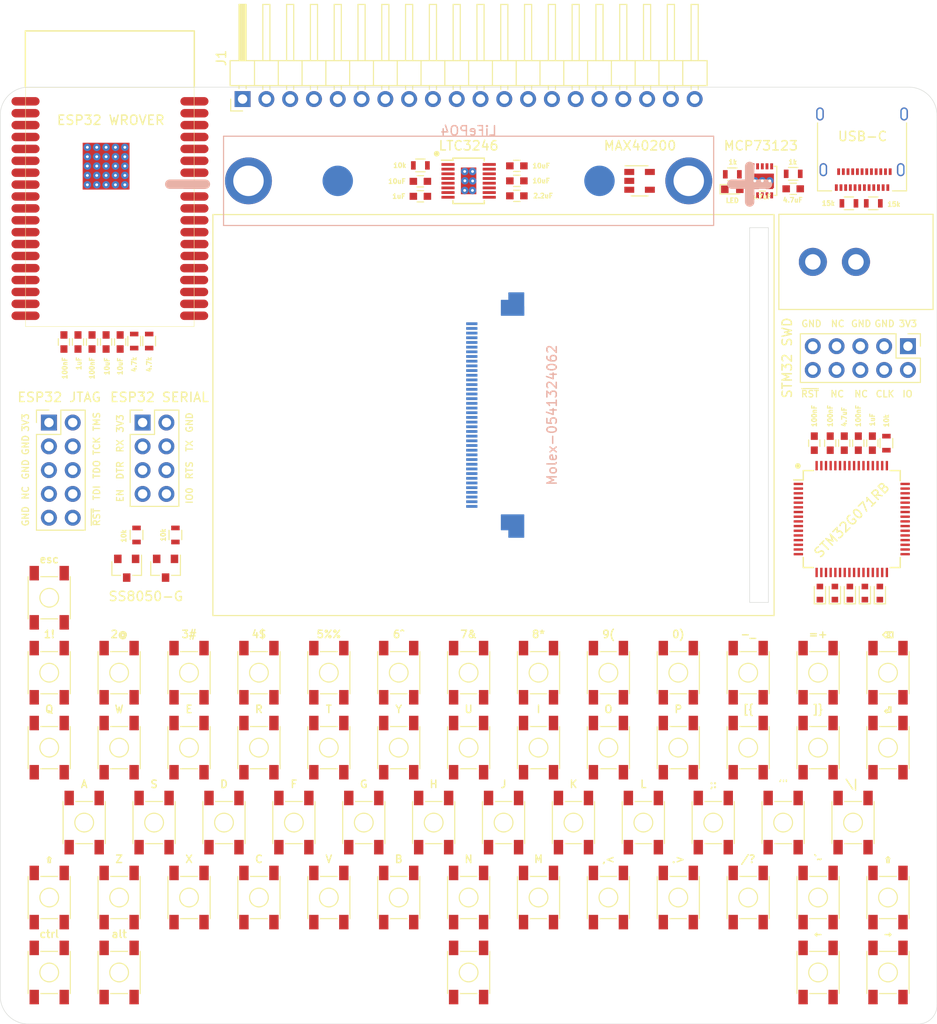
<source format=kicad_pcb>
(kicad_pcb (version 20171130) (host pcbnew "(5.1.2-1)-1")
  (layers (0 F.Cu signal) (31 B.Cu signal) (34 B.Paste user) (35 F.Paste user) (36 B.SilkS user) (37 F.SilkS user) (38 B.Mask user) (39 F.Mask user) (44 Edge.Cuts user))
  (net 0 "")
  (net 1 "Net-(D1-Pad1)")
  (net 2 "Net-(D2-Pad1)")
  (net 3 "Net-(D3-Pad1)")
  (net 4 "Net-(D4-Pad1)")
  (net 5 "Net-(D5-Pad1)")
  (net 6 "Net-(U1-Pad47)")
  (net 7 "Net-(U1-Pad44)")
  (net 8 "Net-(U1-Pad43)")
  (net 9 "Net-(U1-Pad41)")
  (net 10 "Net-(U1-Pad40)")
  (net 11 "Net-(U1-Pad36)")
  (net 12 "Net-(U1-Pad35)")
  (net 13 "Net-(U1-Pad34)")
  (net 14 "Net-(U1-Pad33)")
  (net 15 "Net-(U1-Pad32)")
  (net 16 "Net-(U1-Pad31)")
  (net 17 "Net-(U1-Pad16)")
  (net 18 "Net-(U1-Pad15)")
  (net 19 "Net-(U1-Pad14)")
  (net 20 "Net-(U1-Pad13)")
  (net 21 "Net-(U1-Pad11)")
  (net 22 "Net-(U1-Pad10)")
  (net 23 "Net-(U1-Pad5)")
  (net 24 "Net-(U1-Pad4)")
  (net 25 "Net-(U1-Pad3)")
  (net 26 "Net-(U1-Pad2)")
  (net 27 "Net-(U1-Pad1)")
  (net 28 "Net-(U2-Pad32)")
  (net 29 "Net-(U2-Pad28)")
  (net 30 "Net-(U2-Pad27)")
  (net 31 "Net-(U2-Pad20)")
  (net 32 "Net-(U2-Pad19)")
  (net 33 "Net-(U2-Pad7)")
  (net 34 "Net-(U2-Pad6)")
  (net 35 "Net-(U2-Pad5)")
  (net 36 "Net-(U2-Pad4)")
  (net 37 "Net-(U3-Pad6)")
  (net 38 "Net-(U3-Pad5)")
  (net 39 "Net-(U4-Pad4)")
  (net 40 "Net-(J2-PadB8)")
  (net 41 "Net-(J2-PadB5)")
  (net 42 "Net-(J2-PadA8)")
  (net 43 "Net-(J2-PadA7)")
  (net 44 "Net-(J2-PadA6)")
  (net 45 "Net-(J2-PadA5)")
  (net 46 R0)
  (net 47 R1)
  (net 48 R2)
  (net 49 R3)
  (net 50 R4)
  (net 51 "Net-(J2-PadA12)")
  (net 52 GND)
  (net 53 "Net-(J2-PadA9)")
  (net 54 C0)
  (net 55 C1)
  (net 56 C2)
  (net 57 C3)
  (net 58 C4)
  (net 59 C5)
  (net 60 C6)
  (net 61 C7)
  (net 62 C8)
  (net 63 C9)
  (net 64 C10)
  (net 65 C11)
  (net 66 C12)
  (net 67 ESP_TX0)
  (net 68 ESP_RX0)
  (net 69 IO0)
  (net 70 MTDO)
  (net 71 SCL)
  (net 72 SDA)
  (net 73 ESP_TX1)
  (net 74 ESP_RX1)
  (net 75 MTMS)
  (net 76 MTCK)
  (net 77 MTDI)
  (net 78 +3V3)
  (net 79 "Net-(R6-Pad2)")
  (net 80 "Net-(R7-Pad2)")
  (net 81 "Net-(C7-Pad1)")
  (net 82 "Net-(C8-Pad2)")
  (net 83 "Net-(C8-Pad1)")
  (net 84 "Net-(D6-Pad1)")
  (net 85 ESP_DTR)
  (net 86 "Net-(Q1-Pad1)")
  (net 87 "Net-(Q2-Pad1)")
  (net 88 ESP_RTS)
  (net 89 "Net-(J3-Pad7)")
  (net 90 "Net-(J5-Pad8)")
  (net 91 "Net-(J5-Pad7)")
  (net 92 "Net-(J5-Pad6)")
  (net 93 SWDCLK)
  (net 94 SWDIO)
  (net 95 DC)
  (net 96 ~WR)
  (net 97 ~RD)
  (net 98 DB0)
  (net 99 DB1)
  (net 100 DB2)
  (net 101 DB3)
  (net 102 DB4)
  (net 103 DB5)
  (net 104 DB6)
  (net 105 DB7)
  (net 106 ~RES)
  (net 107 ESC)
  (net 108 "Net-(U2-Pad22)")
  (net 109 "Net-(U2-Pad21)")
  (net 110 "Net-(U2-Pad18)")
  (net 111 "Net-(U2-Pad17)")
  (net 112 "Net-(SW1-Pad2)")
  (net 113 +BATT)
  (net 114 VBUS)
  (net 115 VOUT)
  (net 116 IO33)
  (net 117 IO32)
  (net 118 IO27)
  (net 119 IO26)
  (net 120 IO25)
  (net 121 IO23)
  (net 122 IO5)
  (net 123 IO4)
  (net 124 IO2)
  (net 125 ~RST~)
  (module seventykeys:AA-clip (layer B.Cu) (at 150 60)
    (fp_text reference BT1 hide)
    (fp_text value LiFePO4 (at 0 -5.35) (layer B.SilkS) (effects (justify mirror)))
    (pad "" thru_hole circle (at 23.5 0) (size 5 5) (drill 3.25) (layers *.Cu *.Mask))
    (pad "" thru_hole circle (at -23.5 0) (size 5 5) (drill 3.25) (layers *.Cu *.Mask))
    (pad 1 smd circle (at 13.97 0) (size 3.25 3.25) (layers B.Cu B.Paste B.Mask) (net 113 +BATT))
    (pad 2 smd circle (at -13.97 0) (size 3.25 3.25) (layers B.Cu B.Paste B.Mask) (net 52 GND))
  )
  (module seventykeys:MSOP-16-1EP-VIA_3x4mm_Pitch0.5mm (layer F.Cu) (at 150 60)
    (fp_text reference U5 hide)
    (fp_text value LTC3246 (at 0 -3.75) (layer F.SilkS))
    (pad 17 thru_hole circle (at 0.41 1.02) (size 0.8 0.8) (drill 0.3) (layers *.Cu *.Paste *.Mask))
    (pad 17 thru_hole circle (at -0.42 1.02) (size 0.8 0.8) (drill 0.3) (layers *.Cu *.Paste *.Mask))
    (pad 17 thru_hole circle (at 0.43 0.01) (size 0.8 0.8) (drill 0.3) (layers *.Cu *.Paste *.Mask))
    (pad 1 smd rect (at -2.2 -1.75) (size 1.4 0.3) (layers F.Cu F.Paste F.Mask) (net 52 GND))
    (pad 2 smd rect (at -2.2 -1.25) (size 1.4 0.3) (layers F.Cu F.Paste F.Mask) (net 81 "Net-(C7-Pad1)"))
    (pad 3 smd rect (at -2.2 -0.75) (size 1.4 0.3) (layers F.Cu F.Paste F.Mask) (net 78 +3V3))
    (pad 4 smd rect (at -2.2 -0.25) (size 1.4 0.3) (layers F.Cu F.Paste F.Mask) (net 81 "Net-(C7-Pad1)"))
    (pad 5 smd rect (at -2.2 0.25) (size 1.4 0.3) (layers F.Cu F.Paste F.Mask) (net 115 VOUT))
    (pad 12 smd rect (at 2.2 0.25) (size 1.4 0.3) (layers F.Cu F.Paste F.Mask) (net 78 +3V3))
    (pad 13 smd rect (at 2.2 -0.25) (size 1.4 0.3) (layers F.Cu F.Paste F.Mask) (net 83 "Net-(C8-Pad1)"))
    (pad 14 smd rect (at 2.2 -0.75) (size 1.4 0.3) (layers F.Cu F.Paste F.Mask) (net 125 ~RST~))
    (pad 15 smd rect (at 2.2 -1.25) (size 1.4 0.3) (layers F.Cu F.Paste F.Mask) (net 52 GND))
    (pad 16 smd rect (at 2.2 -1.75) (size 1.4 0.3) (layers F.Cu F.Paste F.Mask) (net 78 +3V3))
    (pad 6 smd rect (at -2.2 0.75) (size 1.4 0.3) (layers F.Cu F.Paste F.Mask) (net 115 VOUT))
    (pad 7 smd rect (at -2.2 1.25) (size 1.4 0.3) (layers F.Cu F.Paste F.Mask) (net 115 VOUT))
    (pad 8 smd rect (at -2.2 1.75) (size 1.4 0.3) (layers F.Cu F.Paste F.Mask) (net 81 "Net-(C7-Pad1)"))
    (pad 11 smd rect (at 2.2 0.75) (size 1.4 0.3) (layers F.Cu F.Paste F.Mask) (net 82 "Net-(C8-Pad2)"))
    (pad 10 smd rect (at 2.2 1.25) (size 1.4 0.3) (layers F.Cu F.Paste F.Mask) (net 52 GND))
    (pad 9 smd rect (at 2.2 1.75) (size 1.4 0.3) (layers F.Cu F.Paste F.Mask))
    (pad 17 smd rect (at 0 0) (size 1.65 2.85) (layers F.Cu F.Paste F.Mask))
    (pad 17 thru_hole circle (at 0.42 -1) (size 0.8 0.8) (drill 0.3) (layers *.Cu *.Paste *.Mask))
    (pad 17 thru_hole circle (at -0.4 -0.01) (size 0.8 0.8) (drill 0.3) (layers *.Cu *.Paste *.Mask))
    (pad 17 thru_hole circle (at -0.42 -1) (size 0.8 0.8) (drill 0.3) (layers *.Cu *.Paste *.Mask))
  )
  (module seventykeys:MCP73123 (layer F.Cu) (at 181.35 60)
    (fp_text reference U3 hide)
    (fp_text value MCP73123 (at -0.15 -3.75 180) (layer F.SilkS))
    (pad 12 thru_hole circle (at 0.8 0) (size 0.8 0.8) (drill 0.3) (layers *.Cu *.Mask))
    (pad 12 thru_hole circle (at 0 0) (size 0.8 0.8) (drill 0.3) (layers *.Cu *.Mask))
    (pad 12 thru_hole circle (at -0.8 0) (size 0.8 0.8) (drill 0.3) (layers *.Cu *.Mask))
    (pad 5 smd rect (at 1 1.55) (size 0.3 0.65) (layers F.Cu F.Paste F.Mask) (net 38 "Net-(U3-Pad5)"))
    (pad 4 smd rect (at 0.5 1.55) (size 0.3 0.65) (layers F.Cu F.Paste F.Mask) (net 113 +BATT))
    (pad 3 smd rect (at 0 1.55) (size 0.3 0.65) (layers F.Cu F.Paste F.Mask) (net 113 +BATT))
    (pad 2 smd rect (at -0.5 1.55) (size 0.3 0.65) (layers F.Cu F.Paste F.Mask) (net 114 VBUS))
    (pad 1 smd rect (at -1 1.55) (size 0.3 0.65) (layers F.Cu F.Paste F.Mask) (net 114 VBUS))
    (pad 10 smd rect (at 1 -1.55) (size 0.3 0.65) (layers F.Cu F.Paste F.Mask) (net 80 "Net-(R7-Pad2)"))
    (pad 9 smd rect (at 0.5 -1.55) (size 0.3 0.65) (layers F.Cu F.Paste F.Mask) (net 52 GND))
    (pad 8 smd rect (at 0 -1.55) (size 0.3 0.65) (layers F.Cu F.Paste F.Mask) (net 52 GND))
    (pad 7 smd rect (at -0.5 -1.55) (size 0.3 0.65) (layers F.Cu F.Paste F.Mask) (net 79 "Net-(R6-Pad2)"))
    (pad 6 smd rect (at -1 -1.55) (size 0.3 0.65) (layers F.Cu F.Paste F.Mask) (net 37 "Net-(U3-Pad6)"))
    (pad 11 smd rect (at 0 0) (size 2.48 1.55) (layers F.Cu F.Paste F.Mask) (net 52 GND))
  )
  (module seventykeys:LCD-320x240 (layer F.Cu) (at 150 85)
    (fp_text reference J6 hide)
    (fp_text value 240x320_8bit hide)
    (fp_text user Molex-0541324062 (at 8.9 0 90) (layer B.SilkS))
    (pad 35 smd rect (at 0.34 7.25 90) (size 0.3 1.2) (layers B.Cu B.Paste B.Mask) (net 52 GND))
    (pad 34 smd rect (at 0.34 6.75 90) (size 0.3 1.2) (layers B.Cu B.Paste B.Mask) (net 52 GND))
    (pad 33 smd rect (at 0.34 6.25 90) (size 0.3 1.2) (layers B.Cu B.Paste B.Mask) (net 52 GND))
    (pad 32 smd rect (at 0.34 5.75 90) (size 0.3 1.2) (layers B.Cu B.Paste B.Mask))
    (pad 31 smd rect (at 0.34 5.25 90) (size 0.3 1.2) (layers B.Cu B.Paste B.Mask) (net 78 +3V3))
    (pad 30 smd rect (at 0.34 4.75 90) (size 0.3 1.2) (layers B.Cu B.Paste B.Mask) (net 106 ~RES))
    (pad 27 smd rect (at 0.34 3.25 90) (size 0.3 1.2) (layers B.Cu B.Paste B.Mask))
    (pad 26 smd rect (at 0.34 2.75 90) (size 0.3 1.2) (layers B.Cu B.Paste B.Mask))
    (pad 25 smd rect (at 0.34 2.25 90) (size 0.3 1.2) (layers B.Cu B.Paste B.Mask))
    (pad 24 smd rect (at 0.34 1.75 90) (size 0.3 1.2) (layers B.Cu B.Paste B.Mask))
    (pad 23 smd rect (at 0.34 1.25 90) (size 0.3 1.2) (layers B.Cu B.Paste B.Mask))
    (pad 22 smd rect (at 0.34 0.75 90) (size 0.3 1.2) (layers B.Cu B.Paste B.Mask))
    (pad 4 smd rect (at 0.34 -8.25 90) (size 0.3 1.2) (layers B.Cu B.Paste B.Mask))
    (pad 3 smd rect (at 0.34 -8.75 90) (size 0.3 1.2) (layers B.Cu B.Paste B.Mask))
    (pad 2 smd rect (at 0.34 -9.25 90) (size 0.3 1.2) (layers B.Cu B.Paste B.Mask))
    (pad 1 smd rect (at 0.34 -9.75 90) (size 0.3 1.2) (layers B.Cu B.Paste B.Mask) (net 52 GND))
    (pad "" smd custom (at 5.18 11.39 90) (size 1.524 1.524) (layers B.Cu B.Paste B.Mask) (options (clearance outline) (anchor rect)) (primitives (gr_poly (pts (xy 0.74 -1.69) (xy 0.74 0.71) (xy -1.66 0.71) (xy -1.66 -0.89) (xy -0.86 -0.89) (xy -0.86 -1.69)) (width 0.1))))
    (pad "" smd custom (at 5.45 -11.11 90) (size 1 1) (layers B.Cu B.Paste B.Mask) (options (clearance outline) (anchor rect)) (primitives (gr_poly (pts (xy -0.46 -1.96) (xy -0.46 0.44) (xy 1.94 0.44) (xy 1.94 -1.16) (xy 1.14 -1.16) (xy 1.14 -1.96)) (width 0.1))))
    (pad 37 smd rect (at 0.34 8.25 90) (size 0.3 1.2) (layers B.Cu B.Paste B.Mask) (net 52 GND))
    (pad 36 smd rect (at 0.34 7.75 90) (size 0.3 1.2) (layers B.Cu B.Paste B.Mask) (net 52 GND))
    (pad 29 smd rect (at 0.34 4.25 90) (size 0.3 1.2) (layers B.Cu B.Paste B.Mask))
    (pad 28 smd rect (at 0.34 3.75 90) (size 0.3 1.2) (layers B.Cu B.Paste B.Mask))
    (pad 21 smd rect (at 0.34 0.25 90) (size 0.3 1.2) (layers B.Cu B.Paste B.Mask) (net 105 DB7))
    (pad 20 smd rect (at 0.34 -0.25 90) (size 0.3 1.2) (layers B.Cu B.Paste B.Mask) (net 104 DB6))
    (pad 19 smd rect (at 0.34 -0.75 90) (size 0.3 1.2) (layers B.Cu B.Paste B.Mask) (net 103 DB5))
    (pad 18 smd rect (at 0.34 -1.25 90) (size 0.3 1.2) (layers B.Cu B.Paste B.Mask) (net 102 DB4))
    (pad 17 smd rect (at 0.34 -1.75 90) (size 0.3 1.2) (layers B.Cu B.Paste B.Mask) (net 101 DB3))
    (pad 16 smd rect (at 0.34 -2.25 90) (size 0.3 1.2) (layers B.Cu B.Paste B.Mask) (net 100 DB2))
    (pad 15 smd rect (at 0.34 -2.75 90) (size 0.3 1.2) (layers B.Cu B.Paste B.Mask) (net 99 DB1))
    (pad 14 smd rect (at 0.34 -3.25 90) (size 0.3 1.2) (layers B.Cu B.Paste B.Mask) (net 98 DB0))
    (pad 40 smd rect (at 0.34 9.75 90) (size 0.3 1.2) (layers B.Cu B.Paste B.Mask))
    (pad 39 smd rect (at 0.34 9.25 90) (size 0.3 1.2) (layers B.Cu B.Paste B.Mask) (net 52 GND))
    (pad 38 smd rect (at 0.34 8.75 90) (size 0.3 1.2) (layers B.Cu B.Paste B.Mask) (net 78 +3V3))
    (pad 13 smd rect (at 0.34 -3.75 90) (size 0.3 1.2) (layers B.Cu B.Paste B.Mask) (net 97 ~RD))
    (pad 12 smd rect (at 0.34 -4.25 90) (size 0.3 1.2) (layers B.Cu B.Paste B.Mask) (net 96 ~WR))
    (pad 11 smd rect (at 0.34 -4.75 90) (size 0.3 1.2) (layers B.Cu B.Paste B.Mask) (net 95 DC))
    (pad 10 smd rect (at 0.34 -5.25 90) (size 0.3 1.2) (layers B.Cu B.Paste B.Mask) (net 52 GND))
    (pad 9 smd rect (at 0.34 -5.75 90) (size 0.3 1.2) (layers B.Cu B.Paste B.Mask))
    (pad 8 smd rect (at 0.34 -6.25 90) (size 0.3 1.2) (layers B.Cu B.Paste B.Mask) (net 78 +3V3))
    (pad 7 smd rect (at 0.34 -6.75 90) (size 0.3 1.2) (layers B.Cu B.Paste B.Mask) (net 78 +3V3))
    (pad 6 smd rect (at 0.34 -7.25 90) (size 0.3 1.2) (layers B.Cu B.Paste B.Mask))
    (pad 5 smd rect (at 0.34 -7.75 90) (size 0.3 1.2) (layers B.Cu B.Paste B.Mask))
  )
  (module seventykeys:4.5mm-switch (layer F.Cu) (at 105.230769 104.5)
    (fp_text reference SW:ESC1 hide)
    (fp_text value SW_Push hide)
    (fp_text user esc (at 0 -4.1) (layer F.SilkS) (effects (font (size 0.8 0.8))))
    (pad 2 smd rect (at 1.6 -2.625 90) (size 1.55 1) (layers F.Cu F.Paste F.Mask) (net 107 ESC))
    (pad 1 smd rect (at -1.6 -2.625 90) (size 1.55 1) (layers F.Cu F.Paste F.Mask) (net 78 +3V3))
    (pad 2 smd rect (at 1.6 2.625 90) (size 1.55 1) (layers F.Cu F.Paste F.Mask) (net 107 ESC))
    (pad 1 smd rect (at -1.6 2.625 90) (size 1.55 1) (layers F.Cu F.Paste F.Mask) (net 78 +3V3))
  )
  (module seventykeys:4.5mm-switch (layer F.Cu) (at 105.230769 144.5)
    (fp_text reference SW4:0 hide)
    (fp_text value SW_Push hide)
    (fp_text user ctrl (at 0 -4.1) (layer F.SilkS) (effects (font (size 0.8 0.8))))
    (pad 2 smd rect (at 1.6 -2.625 90) (size 1.55 1) (layers F.Cu F.Paste F.Mask) (net 54 C0))
    (pad 1 smd rect (at -1.6 -2.625 90) (size 1.55 1) (layers F.Cu F.Paste F.Mask) (net 5 "Net-(D5-Pad1)"))
    (pad 2 smd rect (at 1.6 2.625 90) (size 1.55 1) (layers F.Cu F.Paste F.Mask) (net 54 C0))
    (pad 1 smd rect (at -1.6 2.625 90) (size 1.55 1) (layers F.Cu F.Paste F.Mask) (net 5 "Net-(D5-Pad1)"))
  )
  (module seventykeys:4.5mm-switch (layer F.Cu) (at 105.230769 112.5)
    (fp_text reference SW0:0 hide)
    (fp_text value SW_Push hide)
    (fp_text user 1! (at 0 -4.1) (layer F.SilkS) (effects (font (size 0.8 0.8))))
    (pad 2 smd rect (at 1.6 -2.625 90) (size 1.55 1) (layers F.Cu F.Paste F.Mask) (net 54 C0))
    (pad 1 smd rect (at -1.6 -2.625 90) (size 1.55 1) (layers F.Cu F.Paste F.Mask) (net 1 "Net-(D1-Pad1)"))
    (pad 2 smd rect (at 1.6 2.625 90) (size 1.55 1) (layers F.Cu F.Paste F.Mask) (net 54 C0))
    (pad 1 smd rect (at -1.6 2.625 90) (size 1.55 1) (layers F.Cu F.Paste F.Mask) (net 1 "Net-(D1-Pad1)"))
  )
  (module seventykeys:4.5mm-switch (layer F.Cu) (at 112.692308 112.5)
    (fp_text reference SW0:1 hide)
    (fp_text value SW_Push hide)
    (fp_text user 2@ (at 0 -4.1) (layer F.SilkS) (effects (font (size 0.8 0.8))))
    (pad 2 smd rect (at 1.6 -2.625 90) (size 1.55 1) (layers F.Cu F.Paste F.Mask) (net 55 C1))
    (pad 1 smd rect (at -1.6 -2.625 90) (size 1.55 1) (layers F.Cu F.Paste F.Mask) (net 1 "Net-(D1-Pad1)"))
    (pad 2 smd rect (at 1.6 2.625 90) (size 1.55 1) (layers F.Cu F.Paste F.Mask) (net 55 C1))
    (pad 1 smd rect (at -1.6 2.625 90) (size 1.55 1) (layers F.Cu F.Paste F.Mask) (net 1 "Net-(D1-Pad1)"))
  )
  (module seventykeys:4.5mm-switch (layer F.Cu) (at 120.153846 112.5)
    (fp_text reference SW0:2 hide)
    (fp_text value SW_Push hide)
    (fp_text user 3# (at 0 -4.1) (layer F.SilkS) (effects (font (size 0.8 0.8))))
    (pad 2 smd rect (at 1.6 -2.625 90) (size 1.55 1) (layers F.Cu F.Paste F.Mask) (net 56 C2))
    (pad 1 smd rect (at -1.6 -2.625 90) (size 1.55 1) (layers F.Cu F.Paste F.Mask) (net 1 "Net-(D1-Pad1)"))
    (pad 2 smd rect (at 1.6 2.625 90) (size 1.55 1) (layers F.Cu F.Paste F.Mask) (net 56 C2))
    (pad 1 smd rect (at -1.6 2.625 90) (size 1.55 1) (layers F.Cu F.Paste F.Mask) (net 1 "Net-(D1-Pad1)"))
  )
  (module seventykeys:4.5mm-switch (layer F.Cu) (at 127.615385 112.5)
    (fp_text reference SW0:3 hide)
    (fp_text value SW_Push hide)
    (fp_text user 4$ (at 0 -4.1) (layer F.SilkS) (effects (font (size 0.8 0.8))))
    (pad 2 smd rect (at 1.6 -2.625 90) (size 1.55 1) (layers F.Cu F.Paste F.Mask) (net 57 C3))
    (pad 1 smd rect (at -1.6 -2.625 90) (size 1.55 1) (layers F.Cu F.Paste F.Mask) (net 1 "Net-(D1-Pad1)"))
    (pad 2 smd rect (at 1.6 2.625 90) (size 1.55 1) (layers F.Cu F.Paste F.Mask) (net 57 C3))
    (pad 1 smd rect (at -1.6 2.625 90) (size 1.55 1) (layers F.Cu F.Paste F.Mask) (net 1 "Net-(D1-Pad1)"))
  )
  (module seventykeys:4.5mm-switch (layer F.Cu) (at 135.076923 112.5)
    (fp_text reference SW0:4 hide)
    (fp_text value SW_Push hide)
    (fp_text user 5%% (at 0 -4.1) (layer F.SilkS) (effects (font (size 0.8 0.8))))
    (pad 2 smd rect (at 1.6 -2.625 90) (size 1.55 1) (layers F.Cu F.Paste F.Mask) (net 58 C4))
    (pad 1 smd rect (at -1.6 -2.625 90) (size 1.55 1) (layers F.Cu F.Paste F.Mask) (net 1 "Net-(D1-Pad1)"))
    (pad 2 smd rect (at 1.6 2.625 90) (size 1.55 1) (layers F.Cu F.Paste F.Mask) (net 58 C4))
    (pad 1 smd rect (at -1.6 2.625 90) (size 1.55 1) (layers F.Cu F.Paste F.Mask) (net 1 "Net-(D1-Pad1)"))
  )
  (module seventykeys:4.5mm-switch (layer F.Cu) (at 142.538462 112.5)
    (fp_text reference SW0:5 hide)
    (fp_text value SW_Push hide)
    (fp_text user 6^ (at 0 -4.1) (layer F.SilkS) (effects (font (size 0.8 0.8))))
    (pad 2 smd rect (at 1.6 -2.625 90) (size 1.55 1) (layers F.Cu F.Paste F.Mask) (net 59 C5))
    (pad 1 smd rect (at -1.6 -2.625 90) (size 1.55 1) (layers F.Cu F.Paste F.Mask) (net 1 "Net-(D1-Pad1)"))
    (pad 2 smd rect (at 1.6 2.625 90) (size 1.55 1) (layers F.Cu F.Paste F.Mask) (net 59 C5))
    (pad 1 smd rect (at -1.6 2.625 90) (size 1.55 1) (layers F.Cu F.Paste F.Mask) (net 1 "Net-(D1-Pad1)"))
  )
  (module seventykeys:4.5mm-switch (layer F.Cu) (at 150 112.5)
    (fp_text reference SW0:6 hide)
    (fp_text value SW_Push hide)
    (fp_text user 7& (at 0 -4.1) (layer F.SilkS) (effects (font (size 0.8 0.8))))
    (pad 2 smd rect (at 1.6 -2.625 90) (size 1.55 1) (layers F.Cu F.Paste F.Mask) (net 60 C6))
    (pad 1 smd rect (at -1.6 -2.625 90) (size 1.55 1) (layers F.Cu F.Paste F.Mask) (net 1 "Net-(D1-Pad1)"))
    (pad 2 smd rect (at 1.6 2.625 90) (size 1.55 1) (layers F.Cu F.Paste F.Mask) (net 60 C6))
    (pad 1 smd rect (at -1.6 2.625 90) (size 1.55 1) (layers F.Cu F.Paste F.Mask) (net 1 "Net-(D1-Pad1)"))
  )
  (module seventykeys:4.5mm-switch (layer F.Cu) (at 157.461538 112.5)
    (fp_text reference SW0:7 hide)
    (fp_text value SW_Push hide)
    (fp_text user 8* (at 0 -4.1) (layer F.SilkS) (effects (font (size 0.8 0.8))))
    (pad 2 smd rect (at 1.6 -2.625 90) (size 1.55 1) (layers F.Cu F.Paste F.Mask) (net 61 C7))
    (pad 1 smd rect (at -1.6 -2.625 90) (size 1.55 1) (layers F.Cu F.Paste F.Mask) (net 1 "Net-(D1-Pad1)"))
    (pad 2 smd rect (at 1.6 2.625 90) (size 1.55 1) (layers F.Cu F.Paste F.Mask) (net 61 C7))
    (pad 1 smd rect (at -1.6 2.625 90) (size 1.55 1) (layers F.Cu F.Paste F.Mask) (net 1 "Net-(D1-Pad1)"))
  )
  (module seventykeys:4.5mm-switch (layer F.Cu) (at 164.923077 112.5)
    (fp_text reference SW0:8 hide)
    (fp_text value SW_Push hide)
    (fp_text user "9(" (at 0 -4.1) (layer F.SilkS) (effects (font (size 0.8 0.8))))
    (pad 2 smd rect (at 1.6 -2.625 90) (size 1.55 1) (layers F.Cu F.Paste F.Mask) (net 62 C8))
    (pad 1 smd rect (at -1.6 -2.625 90) (size 1.55 1) (layers F.Cu F.Paste F.Mask) (net 1 "Net-(D1-Pad1)"))
    (pad 2 smd rect (at 1.6 2.625 90) (size 1.55 1) (layers F.Cu F.Paste F.Mask) (net 62 C8))
    (pad 1 smd rect (at -1.6 2.625 90) (size 1.55 1) (layers F.Cu F.Paste F.Mask) (net 1 "Net-(D1-Pad1)"))
  )
  (module seventykeys:4.5mm-switch (layer F.Cu) (at 172.384615 112.5)
    (fp_text reference SW0:9 hide)
    (fp_text value SW_Push hide)
    (fp_text user "0)" (at 0 -4.1) (layer F.SilkS) (effects (font (size 0.8 0.8))))
    (pad 2 smd rect (at 1.6 -2.625 90) (size 1.55 1) (layers F.Cu F.Paste F.Mask) (net 63 C9))
    (pad 1 smd rect (at -1.6 -2.625 90) (size 1.55 1) (layers F.Cu F.Paste F.Mask) (net 1 "Net-(D1-Pad1)"))
    (pad 2 smd rect (at 1.6 2.625 90) (size 1.55 1) (layers F.Cu F.Paste F.Mask) (net 63 C9))
    (pad 1 smd rect (at -1.6 2.625 90) (size 1.55 1) (layers F.Cu F.Paste F.Mask) (net 1 "Net-(D1-Pad1)"))
  )
  (module seventykeys:4.5mm-switch (layer F.Cu) (at 179.846154 112.5)
    (fp_text reference SW0:10 hide)
    (fp_text value SW_Push hide)
    (fp_text user -_ (at 0 -4.1) (layer F.SilkS) (effects (font (size 0.8 0.8))))
    (pad 2 smd rect (at 1.6 -2.625 90) (size 1.55 1) (layers F.Cu F.Paste F.Mask) (net 64 C10))
    (pad 1 smd rect (at -1.6 -2.625 90) (size 1.55 1) (layers F.Cu F.Paste F.Mask) (net 1 "Net-(D1-Pad1)"))
    (pad 2 smd rect (at 1.6 2.625 90) (size 1.55 1) (layers F.Cu F.Paste F.Mask) (net 64 C10))
    (pad 1 smd rect (at -1.6 2.625 90) (size 1.55 1) (layers F.Cu F.Paste F.Mask) (net 1 "Net-(D1-Pad1)"))
  )
  (module seventykeys:4.5mm-switch (layer F.Cu) (at 187.307692 112.5)
    (fp_text reference SW0:11 hide)
    (fp_text value SW_Push hide)
    (fp_text user =+ (at 0 -4.1) (layer F.SilkS) (effects (font (size 0.8 0.8))))
    (pad 2 smd rect (at 1.6 -2.625 90) (size 1.55 1) (layers F.Cu F.Paste F.Mask) (net 65 C11))
    (pad 1 smd rect (at -1.6 -2.625 90) (size 1.55 1) (layers F.Cu F.Paste F.Mask) (net 1 "Net-(D1-Pad1)"))
    (pad 2 smd rect (at 1.6 2.625 90) (size 1.55 1) (layers F.Cu F.Paste F.Mask) (net 65 C11))
    (pad 1 smd rect (at -1.6 2.625 90) (size 1.55 1) (layers F.Cu F.Paste F.Mask) (net 1 "Net-(D1-Pad1)"))
  )
  (module seventykeys:4.5mm-switch (layer F.Cu) (at 194.769231 112.5)
    (fp_text reference SW0:12 hide)
    (fp_text value SW_Push hide)
    (fp_text user ⌫ (at 0 -4.1) (layer F.SilkS) (effects (font (size 0.8 0.8))))
    (pad 2 smd rect (at 1.6 -2.625 90) (size 1.55 1) (layers F.Cu F.Paste F.Mask) (net 66 C12))
    (pad 1 smd rect (at -1.6 -2.625 90) (size 1.55 1) (layers F.Cu F.Paste F.Mask) (net 1 "Net-(D1-Pad1)"))
    (pad 2 smd rect (at 1.6 2.625 90) (size 1.55 1) (layers F.Cu F.Paste F.Mask) (net 66 C12))
    (pad 1 smd rect (at -1.6 2.625 90) (size 1.55 1) (layers F.Cu F.Paste F.Mask) (net 1 "Net-(D1-Pad1)"))
  )
  (module seventykeys:4.5mm-switch (layer F.Cu) (at 105.230769 120.5)
    (fp_text reference SW1:0 hide)
    (fp_text value SW_Push hide)
    (fp_text user Q (at 0 -4.1) (layer F.SilkS) (effects (font (size 0.8 0.8))))
    (pad 2 smd rect (at 1.6 -2.625 90) (size 1.55 1) (layers F.Cu F.Paste F.Mask) (net 54 C0))
    (pad 1 smd rect (at -1.6 -2.625 90) (size 1.55 1) (layers F.Cu F.Paste F.Mask) (net 2 "Net-(D2-Pad1)"))
    (pad 2 smd rect (at 1.6 2.625 90) (size 1.55 1) (layers F.Cu F.Paste F.Mask) (net 54 C0))
    (pad 1 smd rect (at -1.6 2.625 90) (size 1.55 1) (layers F.Cu F.Paste F.Mask) (net 2 "Net-(D2-Pad1)"))
  )
  (module seventykeys:4.5mm-switch (layer F.Cu) (at 112.692308 120.5)
    (fp_text reference SW1:1 hide)
    (fp_text value SW_Push hide)
    (fp_text user W (at 0 -4.1) (layer F.SilkS) (effects (font (size 0.8 0.8))))
    (pad 2 smd rect (at 1.6 -2.625 90) (size 1.55 1) (layers F.Cu F.Paste F.Mask) (net 55 C1))
    (pad 1 smd rect (at -1.6 -2.625 90) (size 1.55 1) (layers F.Cu F.Paste F.Mask) (net 2 "Net-(D2-Pad1)"))
    (pad 2 smd rect (at 1.6 2.625 90) (size 1.55 1) (layers F.Cu F.Paste F.Mask) (net 55 C1))
    (pad 1 smd rect (at -1.6 2.625 90) (size 1.55 1) (layers F.Cu F.Paste F.Mask) (net 2 "Net-(D2-Pad1)"))
  )
  (module seventykeys:4.5mm-switch (layer F.Cu) (at 120.153846 120.5)
    (fp_text reference SW1:2 hide)
    (fp_text value SW_Push hide)
    (fp_text user E (at 0 -4.1) (layer F.SilkS) (effects (font (size 0.8 0.8))))
    (pad 2 smd rect (at 1.6 -2.625 90) (size 1.55 1) (layers F.Cu F.Paste F.Mask) (net 56 C2))
    (pad 1 smd rect (at -1.6 -2.625 90) (size 1.55 1) (layers F.Cu F.Paste F.Mask) (net 2 "Net-(D2-Pad1)"))
    (pad 2 smd rect (at 1.6 2.625 90) (size 1.55 1) (layers F.Cu F.Paste F.Mask) (net 56 C2))
    (pad 1 smd rect (at -1.6 2.625 90) (size 1.55 1) (layers F.Cu F.Paste F.Mask) (net 2 "Net-(D2-Pad1)"))
  )
  (module seventykeys:4.5mm-switch (layer F.Cu) (at 127.615385 120.5)
    (fp_text reference SW1:3 hide)
    (fp_text value SW_Push hide)
    (fp_text user R (at 0 -4.1 180) (layer F.SilkS) (effects (font (size 0.8 0.8))))
    (pad 2 smd rect (at 1.6 -2.625 90) (size 1.55 1) (layers F.Cu F.Paste F.Mask) (net 57 C3))
    (pad 1 smd rect (at -1.6 -2.625 90) (size 1.55 1) (layers F.Cu F.Paste F.Mask) (net 2 "Net-(D2-Pad1)"))
    (pad 2 smd rect (at 1.6 2.625 90) (size 1.55 1) (layers F.Cu F.Paste F.Mask) (net 57 C3))
    (pad 1 smd rect (at -1.6 2.625 90) (size 1.55 1) (layers F.Cu F.Paste F.Mask) (net 2 "Net-(D2-Pad1)"))
  )
  (module seventykeys:4.5mm-switch (layer F.Cu) (at 135.076923 120.5)
    (fp_text reference SW1:4 hide)
    (fp_text value SW_Push hide)
    (fp_text user T (at 0 -4.1) (layer F.SilkS) (effects (font (size 0.8 0.8))))
    (pad 2 smd rect (at 1.6 -2.625 90) (size 1.55 1) (layers F.Cu F.Paste F.Mask) (net 58 C4))
    (pad 1 smd rect (at -1.6 -2.625 90) (size 1.55 1) (layers F.Cu F.Paste F.Mask) (net 2 "Net-(D2-Pad1)"))
    (pad 2 smd rect (at 1.6 2.625 90) (size 1.55 1) (layers F.Cu F.Paste F.Mask) (net 58 C4))
    (pad 1 smd rect (at -1.6 2.625 90) (size 1.55 1) (layers F.Cu F.Paste F.Mask) (net 2 "Net-(D2-Pad1)"))
  )
  (module seventykeys:4.5mm-switch (layer F.Cu) (at 142.538462 120.5)
    (fp_text reference SW1:5 hide)
    (fp_text value SW_Push hide)
    (fp_text user Y (at 0 -4.1) (layer F.SilkS) (effects (font (size 0.8 0.8))))
    (pad 2 smd rect (at 1.6 -2.625 90) (size 1.55 1) (layers F.Cu F.Paste F.Mask) (net 59 C5))
    (pad 1 smd rect (at -1.6 -2.625 90) (size 1.55 1) (layers F.Cu F.Paste F.Mask) (net 2 "Net-(D2-Pad1)"))
    (pad 2 smd rect (at 1.6 2.625 90) (size 1.55 1) (layers F.Cu F.Paste F.Mask) (net 59 C5))
    (pad 1 smd rect (at -1.6 2.625 90) (size 1.55 1) (layers F.Cu F.Paste F.Mask) (net 2 "Net-(D2-Pad1)"))
  )
  (module seventykeys:4.5mm-switch (layer F.Cu) (at 150 120.5)
    (fp_text reference SW1:6 hide)
    (fp_text value SW_Push hide)
    (fp_text user U (at 0 -4.1) (layer F.SilkS) (effects (font (size 0.8 0.8))))
    (pad 2 smd rect (at 1.6 -2.625 90) (size 1.55 1) (layers F.Cu F.Paste F.Mask) (net 60 C6))
    (pad 1 smd rect (at -1.6 -2.625 90) (size 1.55 1) (layers F.Cu F.Paste F.Mask) (net 2 "Net-(D2-Pad1)"))
    (pad 2 smd rect (at 1.6 2.625 90) (size 1.55 1) (layers F.Cu F.Paste F.Mask) (net 60 C6))
    (pad 1 smd rect (at -1.6 2.625 90) (size 1.55 1) (layers F.Cu F.Paste F.Mask) (net 2 "Net-(D2-Pad1)"))
  )
  (module seventykeys:4.5mm-switch (layer F.Cu) (at 157.461538 120.5)
    (fp_text reference SW1:7 hide)
    (fp_text value SW_Push hide)
    (fp_text user I (at 0 -4.1) (layer F.SilkS) (effects (font (size 0.8 0.8))))
    (pad 2 smd rect (at 1.6 -2.625 90) (size 1.55 1) (layers F.Cu F.Paste F.Mask) (net 61 C7))
    (pad 1 smd rect (at -1.6 -2.625 90) (size 1.55 1) (layers F.Cu F.Paste F.Mask) (net 2 "Net-(D2-Pad1)"))
    (pad 2 smd rect (at 1.6 2.625 90) (size 1.55 1) (layers F.Cu F.Paste F.Mask) (net 61 C7))
    (pad 1 smd rect (at -1.6 2.625 90) (size 1.55 1) (layers F.Cu F.Paste F.Mask) (net 2 "Net-(D2-Pad1)"))
  )
  (module seventykeys:4.5mm-switch (layer F.Cu) (at 164.923077 120.5)
    (fp_text reference SW1:8 hide)
    (fp_text value SW_Push hide)
    (fp_text user O (at 0 -4.1) (layer F.SilkS) (effects (font (size 0.8 0.8))))
    (pad 2 smd rect (at 1.6 -2.625 90) (size 1.55 1) (layers F.Cu F.Paste F.Mask) (net 62 C8))
    (pad 1 smd rect (at -1.6 -2.625 90) (size 1.55 1) (layers F.Cu F.Paste F.Mask) (net 2 "Net-(D2-Pad1)"))
    (pad 2 smd rect (at 1.6 2.625 90) (size 1.55 1) (layers F.Cu F.Paste F.Mask) (net 62 C8))
    (pad 1 smd rect (at -1.6 2.625 90) (size 1.55 1) (layers F.Cu F.Paste F.Mask) (net 2 "Net-(D2-Pad1)"))
  )
  (module seventykeys:4.5mm-switch (layer F.Cu) (at 172.384615 120.5)
    (fp_text reference SW1:9 hide)
    (fp_text value SW_Push hide)
    (fp_text user P (at 0 -4.1) (layer F.SilkS) (effects (font (size 0.8 0.8))))
    (pad 2 smd rect (at 1.6 -2.625 90) (size 1.55 1) (layers F.Cu F.Paste F.Mask) (net 63 C9))
    (pad 1 smd rect (at -1.6 -2.625 90) (size 1.55 1) (layers F.Cu F.Paste F.Mask) (net 2 "Net-(D2-Pad1)"))
    (pad 2 smd rect (at 1.6 2.625 90) (size 1.55 1) (layers F.Cu F.Paste F.Mask) (net 63 C9))
    (pad 1 smd rect (at -1.6 2.625 90) (size 1.55 1) (layers F.Cu F.Paste F.Mask) (net 2 "Net-(D2-Pad1)"))
  )
  (module seventykeys:4.5mm-switch (layer F.Cu) (at 179.846154 120.5)
    (fp_text reference SW1:10 hide)
    (fp_text value SW_Push hide)
    (fp_text user [{ (at 0 -4.1) (layer F.SilkS) (effects (font (size 0.8 0.8))))
    (pad 2 smd rect (at 1.6 -2.625 90) (size 1.55 1) (layers F.Cu F.Paste F.Mask) (net 64 C10))
    (pad 1 smd rect (at -1.6 -2.625 90) (size 1.55 1) (layers F.Cu F.Paste F.Mask) (net 2 "Net-(D2-Pad1)"))
    (pad 2 smd rect (at 1.6 2.625 90) (size 1.55 1) (layers F.Cu F.Paste F.Mask) (net 64 C10))
    (pad 1 smd rect (at -1.6 2.625 90) (size 1.55 1) (layers F.Cu F.Paste F.Mask) (net 2 "Net-(D2-Pad1)"))
  )
  (module seventykeys:4.5mm-switch (layer F.Cu) (at 187.307692 120.5)
    (fp_text reference SW1:11 hide)
    (fp_text value SW_Push hide)
    (fp_text user ]} (at 0 -4.1) (layer F.SilkS) (effects (font (size 0.8 0.8))))
    (pad 2 smd rect (at 1.6 -2.625 90) (size 1.55 1) (layers F.Cu F.Paste F.Mask) (net 65 C11))
    (pad 1 smd rect (at -1.6 -2.625 90) (size 1.55 1) (layers F.Cu F.Paste F.Mask) (net 2 "Net-(D2-Pad1)"))
    (pad 2 smd rect (at 1.6 2.625 90) (size 1.55 1) (layers F.Cu F.Paste F.Mask) (net 65 C11))
    (pad 1 smd rect (at -1.6 2.625 90) (size 1.55 1) (layers F.Cu F.Paste F.Mask) (net 2 "Net-(D2-Pad1)"))
  )
  (module seventykeys:4.5mm-switch (layer F.Cu) (at 194.769231 120.5)
    (fp_text reference SW1:12 hide)
    (fp_text value SW_Push hide)
    (fp_text user ⏎ (at 0 -4.1) (layer F.SilkS) (effects (font (size 0.8 0.8))))
    (pad 2 smd rect (at 1.6 -2.625 90) (size 1.55 1) (layers F.Cu F.Paste F.Mask) (net 66 C12))
    (pad 1 smd rect (at -1.6 -2.625 90) (size 1.55 1) (layers F.Cu F.Paste F.Mask) (net 2 "Net-(D2-Pad1)"))
    (pad 2 smd rect (at 1.6 2.625 90) (size 1.55 1) (layers F.Cu F.Paste F.Mask) (net 66 C12))
    (pad 1 smd rect (at -1.6 2.625 90) (size 1.55 1) (layers F.Cu F.Paste F.Mask) (net 2 "Net-(D2-Pad1)"))
  )
  (module seventykeys:4.5mm-switch (layer F.Cu) (at 108.961538 128.5)
    (fp_text reference SW2:0 hide)
    (fp_text value SW_Push hide)
    (fp_text user A (at 0 -4.1) (layer F.SilkS) (effects (font (size 0.8 0.8))))
    (pad 2 smd rect (at 1.6 -2.625 90) (size 1.55 1) (layers F.Cu F.Paste F.Mask) (net 54 C0))
    (pad 1 smd rect (at -1.6 -2.625 90) (size 1.55 1) (layers F.Cu F.Paste F.Mask) (net 3 "Net-(D3-Pad1)"))
    (pad 2 smd rect (at 1.6 2.625 90) (size 1.55 1) (layers F.Cu F.Paste F.Mask) (net 54 C0))
    (pad 1 smd rect (at -1.6 2.625 90) (size 1.55 1) (layers F.Cu F.Paste F.Mask) (net 3 "Net-(D3-Pad1)"))
  )
  (module seventykeys:4.5mm-switch (layer F.Cu) (at 116.423077 128.5)
    (fp_text reference SW2:1 hide)
    (fp_text value SW_Push hide)
    (fp_text user S (at 0 -4.1) (layer F.SilkS) (effects (font (size 0.8 0.8))))
    (pad 2 smd rect (at 1.6 -2.625 90) (size 1.55 1) (layers F.Cu F.Paste F.Mask) (net 55 C1))
    (pad 1 smd rect (at -1.6 -2.625 90) (size 1.55 1) (layers F.Cu F.Paste F.Mask) (net 3 "Net-(D3-Pad1)"))
    (pad 2 smd rect (at 1.6 2.625 90) (size 1.55 1) (layers F.Cu F.Paste F.Mask) (net 55 C1))
    (pad 1 smd rect (at -1.6 2.625 90) (size 1.55 1) (layers F.Cu F.Paste F.Mask) (net 3 "Net-(D3-Pad1)"))
  )
  (module seventykeys:4.5mm-switch (layer F.Cu) (at 123.884615 128.5)
    (fp_text reference SW2:2 hide)
    (fp_text value SW_Push hide)
    (fp_text user D (at 0 -4.1) (layer F.SilkS) (effects (font (size 0.8 0.8))))
    (pad 2 smd rect (at 1.6 -2.625 90) (size 1.55 1) (layers F.Cu F.Paste F.Mask) (net 56 C2))
    (pad 1 smd rect (at -1.6 -2.625 90) (size 1.55 1) (layers F.Cu F.Paste F.Mask) (net 3 "Net-(D3-Pad1)"))
    (pad 2 smd rect (at 1.6 2.625 90) (size 1.55 1) (layers F.Cu F.Paste F.Mask) (net 56 C2))
    (pad 1 smd rect (at -1.6 2.625 90) (size 1.55 1) (layers F.Cu F.Paste F.Mask) (net 3 "Net-(D3-Pad1)"))
  )
  (module seventykeys:4.5mm-switch (layer F.Cu) (at 131.346154 128.5)
    (fp_text reference SW2:3 hide)
    (fp_text value SW_Push hide)
    (fp_text user F (at 0 -4.1 180) (layer F.SilkS) (effects (font (size 0.8 0.8))))
    (pad 2 smd rect (at 1.6 -2.625 90) (size 1.55 1) (layers F.Cu F.Paste F.Mask) (net 57 C3))
    (pad 1 smd rect (at -1.6 -2.625 90) (size 1.55 1) (layers F.Cu F.Paste F.Mask) (net 3 "Net-(D3-Pad1)"))
    (pad 2 smd rect (at 1.6 2.625 90) (size 1.55 1) (layers F.Cu F.Paste F.Mask) (net 57 C3))
    (pad 1 smd rect (at -1.6 2.625 90) (size 1.55 1) (layers F.Cu F.Paste F.Mask) (net 3 "Net-(D3-Pad1)"))
  )
  (module seventykeys:4.5mm-switch (layer F.Cu) (at 138.807692 128.5)
    (fp_text reference SW2:4 hide)
    (fp_text value SW_Push hide)
    (fp_text user G (at 0 -4.1) (layer F.SilkS) (effects (font (size 0.8 0.8))))
    (pad 2 smd rect (at 1.6 -2.625 90) (size 1.55 1) (layers F.Cu F.Paste F.Mask) (net 58 C4))
    (pad 1 smd rect (at -1.6 -2.625 90) (size 1.55 1) (layers F.Cu F.Paste F.Mask) (net 3 "Net-(D3-Pad1)"))
    (pad 2 smd rect (at 1.6 2.625 90) (size 1.55 1) (layers F.Cu F.Paste F.Mask) (net 58 C4))
    (pad 1 smd rect (at -1.6 2.625 90) (size 1.55 1) (layers F.Cu F.Paste F.Mask) (net 3 "Net-(D3-Pad1)"))
  )
  (module seventykeys:4.5mm-switch (layer F.Cu) (at 146.269231 128.5)
    (fp_text reference SW2:5 hide)
    (fp_text value SW_Push hide)
    (fp_text user H (at 0 -4.1) (layer F.SilkS) (effects (font (size 0.8 0.8))))
    (pad 2 smd rect (at 1.6 -2.625 90) (size 1.55 1) (layers F.Cu F.Paste F.Mask) (net 59 C5))
    (pad 1 smd rect (at -1.6 -2.625 90) (size 1.55 1) (layers F.Cu F.Paste F.Mask) (net 3 "Net-(D3-Pad1)"))
    (pad 2 smd rect (at 1.6 2.625 90) (size 1.55 1) (layers F.Cu F.Paste F.Mask) (net 59 C5))
    (pad 1 smd rect (at -1.6 2.625 90) (size 1.55 1) (layers F.Cu F.Paste F.Mask) (net 3 "Net-(D3-Pad1)"))
  )
  (module seventykeys:4.5mm-switch (layer F.Cu) (at 153.730769 128.5)
    (fp_text reference SW2:6 hide)
    (fp_text value SW_Push hide)
    (fp_text user J (at 0 -4.1) (layer F.SilkS) (effects (font (size 0.8 0.8))))
    (pad 2 smd rect (at 1.6 -2.625 90) (size 1.55 1) (layers F.Cu F.Paste F.Mask) (net 60 C6))
    (pad 1 smd rect (at -1.6 -2.625 90) (size 1.55 1) (layers F.Cu F.Paste F.Mask) (net 3 "Net-(D3-Pad1)"))
    (pad 2 smd rect (at 1.6 2.625 90) (size 1.55 1) (layers F.Cu F.Paste F.Mask) (net 60 C6))
    (pad 1 smd rect (at -1.6 2.625 90) (size 1.55 1) (layers F.Cu F.Paste F.Mask) (net 3 "Net-(D3-Pad1)"))
  )
  (module seventykeys:4.5mm-switch (layer F.Cu) (at 161.192308 128.5)
    (fp_text reference SW2:7 hide)
    (fp_text value SW_Push hide)
    (fp_text user K (at 0 -4.1) (layer F.SilkS) (effects (font (size 0.8 0.8))))
    (pad 2 smd rect (at 1.6 -2.625 90) (size 1.55 1) (layers F.Cu F.Paste F.Mask) (net 61 C7))
    (pad 1 smd rect (at -1.6 -2.625 90) (size 1.55 1) (layers F.Cu F.Paste F.Mask) (net 3 "Net-(D3-Pad1)"))
    (pad 2 smd rect (at 1.6 2.625 90) (size 1.55 1) (layers F.Cu F.Paste F.Mask) (net 61 C7))
    (pad 1 smd rect (at -1.6 2.625 90) (size 1.55 1) (layers F.Cu F.Paste F.Mask) (net 3 "Net-(D3-Pad1)"))
  )
  (module seventykeys:4.5mm-switch (layer F.Cu) (at 168.653846 128.5)
    (fp_text reference SW2:8 hide)
    (fp_text value SW_Push hide)
    (fp_text user L (at 0 -4.1) (layer F.SilkS) (effects (font (size 0.8 0.8))))
    (pad 2 smd rect (at 1.6 -2.625 90) (size 1.55 1) (layers F.Cu F.Paste F.Mask) (net 62 C8))
    (pad 1 smd rect (at -1.6 -2.625 90) (size 1.55 1) (layers F.Cu F.Paste F.Mask) (net 3 "Net-(D3-Pad1)"))
    (pad 2 smd rect (at 1.6 2.625 90) (size 1.55 1) (layers F.Cu F.Paste F.Mask) (net 62 C8))
    (pad 1 smd rect (at -1.6 2.625 90) (size 1.55 1) (layers F.Cu F.Paste F.Mask) (net 3 "Net-(D3-Pad1)"))
  )
  (module seventykeys:4.5mm-switch (layer F.Cu) (at 176.115385 128.5)
    (fp_text reference SW2:9 hide)
    (fp_text value SW_Push hide)
    (fp_text user ;: (at 0 -4.1) (layer F.SilkS) (effects (font (size 0.8 0.8))))
    (pad 2 smd rect (at 1.6 -2.625 90) (size 1.55 1) (layers F.Cu F.Paste F.Mask) (net 63 C9))
    (pad 1 smd rect (at -1.6 -2.625 90) (size 1.55 1) (layers F.Cu F.Paste F.Mask) (net 3 "Net-(D3-Pad1)"))
    (pad 2 smd rect (at 1.6 2.625 90) (size 1.55 1) (layers F.Cu F.Paste F.Mask) (net 63 C9))
    (pad 1 smd rect (at -1.6 2.625 90) (size 1.55 1) (layers F.Cu F.Paste F.Mask) (net 3 "Net-(D3-Pad1)"))
  )
  (module seventykeys:4.5mm-switch (layer F.Cu) (at 183.576923 128.5)
    (fp_text reference SW2:10 hide)
    (fp_text value SW_Push hide)
    (fp_text user '" (at 0 -4.1) (layer F.SilkS) (effects (font (size 0.8 0.8))))
    (pad 2 smd rect (at 1.6 -2.625 90) (size 1.55 1) (layers F.Cu F.Paste F.Mask) (net 64 C10))
    (pad 1 smd rect (at -1.6 -2.625 90) (size 1.55 1) (layers F.Cu F.Paste F.Mask) (net 3 "Net-(D3-Pad1)"))
    (pad 2 smd rect (at 1.6 2.625 90) (size 1.55 1) (layers F.Cu F.Paste F.Mask) (net 64 C10))
    (pad 1 smd rect (at -1.6 2.625 90) (size 1.55 1) (layers F.Cu F.Paste F.Mask) (net 3 "Net-(D3-Pad1)"))
  )
  (module seventykeys:4.5mm-switch (layer F.Cu) (at 191.038462 128.5)
    (fp_text reference SW2:11 hide)
    (fp_text value SW_Push hide)
    (fp_text user \| (at 0 -4.1) (layer F.SilkS) (effects (font (size 0.8 0.8))))
    (pad 2 smd rect (at 1.6 -2.625 90) (size 1.55 1) (layers F.Cu F.Paste F.Mask) (net 65 C11))
    (pad 1 smd rect (at -1.6 -2.625 90) (size 1.55 1) (layers F.Cu F.Paste F.Mask) (net 3 "Net-(D3-Pad1)"))
    (pad 2 smd rect (at 1.6 2.625 90) (size 1.55 1) (layers F.Cu F.Paste F.Mask) (net 65 C11))
    (pad 1 smd rect (at -1.6 2.625 90) (size 1.55 1) (layers F.Cu F.Paste F.Mask) (net 3 "Net-(D3-Pad1)"))
  )
  (module seventykeys:4.5mm-switch (layer F.Cu) (at 105.230769 136.5)
    (fp_text reference SW3:0 hide)
    (fp_text value SW_Push hide)
    (fp_text user ⇧ (at 0 -4.1) (layer F.SilkS) (effects (font (size 0.8 0.8))))
    (pad 2 smd rect (at 1.6 -2.625 90) (size 1.55 1) (layers F.Cu F.Paste F.Mask) (net 54 C0))
    (pad 1 smd rect (at -1.6 -2.625 90) (size 1.55 1) (layers F.Cu F.Paste F.Mask) (net 4 "Net-(D4-Pad1)"))
    (pad 2 smd rect (at 1.6 2.625 90) (size 1.55 1) (layers F.Cu F.Paste F.Mask) (net 54 C0))
    (pad 1 smd rect (at -1.6 2.625 90) (size 1.55 1) (layers F.Cu F.Paste F.Mask) (net 4 "Net-(D4-Pad1)"))
  )
  (module seventykeys:4.5mm-switch (layer F.Cu) (at 112.692308 136.5)
    (fp_text reference SW3:1 hide)
    (fp_text value SW_Push hide)
    (fp_text user Z (at 0 -4.1) (layer F.SilkS) (effects (font (size 0.8 0.8))))
    (pad 2 smd rect (at 1.6 -2.625 90) (size 1.55 1) (layers F.Cu F.Paste F.Mask) (net 55 C1))
    (pad 1 smd rect (at -1.6 -2.625 90) (size 1.55 1) (layers F.Cu F.Paste F.Mask) (net 4 "Net-(D4-Pad1)"))
    (pad 2 smd rect (at 1.6 2.625 90) (size 1.55 1) (layers F.Cu F.Paste F.Mask) (net 55 C1))
    (pad 1 smd rect (at -1.6 2.625 90) (size 1.55 1) (layers F.Cu F.Paste F.Mask) (net 4 "Net-(D4-Pad1)"))
  )
  (module seventykeys:4.5mm-switch (layer F.Cu) (at 120.153846 136.5)
    (fp_text reference SW3:2 hide)
    (fp_text value SW_Push hide)
    (fp_text user X (at 0 -4.1) (layer F.SilkS) (effects (font (size 0.8 0.8))))
    (pad 2 smd rect (at 1.6 -2.625 90) (size 1.55 1) (layers F.Cu F.Paste F.Mask) (net 56 C2))
    (pad 1 smd rect (at -1.6 -2.625 90) (size 1.55 1) (layers F.Cu F.Paste F.Mask) (net 4 "Net-(D4-Pad1)"))
    (pad 2 smd rect (at 1.6 2.625 90) (size 1.55 1) (layers F.Cu F.Paste F.Mask) (net 56 C2))
    (pad 1 smd rect (at -1.6 2.625 90) (size 1.55 1) (layers F.Cu F.Paste F.Mask) (net 4 "Net-(D4-Pad1)"))
  )
  (module seventykeys:4.5mm-switch (layer F.Cu) (at 127.615385 136.5)
    (fp_text reference SW3:3 hide)
    (fp_text value SW_Push hide)
    (fp_text user C (at 0 -4.1) (layer F.SilkS) (effects (font (size 0.8 0.8))))
    (pad 2 smd rect (at 1.6 -2.625 90) (size 1.55 1) (layers F.Cu F.Paste F.Mask) (net 57 C3))
    (pad 1 smd rect (at -1.6 -2.625 90) (size 1.55 1) (layers F.Cu F.Paste F.Mask) (net 4 "Net-(D4-Pad1)"))
    (pad 2 smd rect (at 1.6 2.625 90) (size 1.55 1) (layers F.Cu F.Paste F.Mask) (net 57 C3))
    (pad 1 smd rect (at -1.6 2.625 90) (size 1.55 1) (layers F.Cu F.Paste F.Mask) (net 4 "Net-(D4-Pad1)"))
  )
  (module seventykeys:4.5mm-switch (layer F.Cu) (at 135.076923 136.5)
    (fp_text reference SW3:4 hide)
    (fp_text value SW_Push hide)
    (fp_text user V (at 0 -4.1) (layer F.SilkS) (effects (font (size 0.8 0.8))))
    (pad 2 smd rect (at 1.6 -2.625 90) (size 1.55 1) (layers F.Cu F.Paste F.Mask) (net 58 C4))
    (pad 1 smd rect (at -1.6 -2.625 90) (size 1.55 1) (layers F.Cu F.Paste F.Mask) (net 4 "Net-(D4-Pad1)"))
    (pad 2 smd rect (at 1.6 2.625 90) (size 1.55 1) (layers F.Cu F.Paste F.Mask) (net 58 C4))
    (pad 1 smd rect (at -1.6 2.625 90) (size 1.55 1) (layers F.Cu F.Paste F.Mask) (net 4 "Net-(D4-Pad1)"))
  )
  (module seventykeys:4.5mm-switch (layer F.Cu) (at 142.538462 136.5)
    (fp_text reference SW3:5 hide)
    (fp_text value SW_Push hide)
    (fp_text user B (at 0 -4.1) (layer F.SilkS) (effects (font (size 0.8 0.8))))
    (pad 2 smd rect (at 1.6 -2.625 90) (size 1.55 1) (layers F.Cu F.Paste F.Mask) (net 59 C5))
    (pad 1 smd rect (at -1.6 -2.625 90) (size 1.55 1) (layers F.Cu F.Paste F.Mask) (net 4 "Net-(D4-Pad1)"))
    (pad 2 smd rect (at 1.6 2.625 90) (size 1.55 1) (layers F.Cu F.Paste F.Mask) (net 59 C5))
    (pad 1 smd rect (at -1.6 2.625 90) (size 1.55 1) (layers F.Cu F.Paste F.Mask) (net 4 "Net-(D4-Pad1)"))
  )
  (module seventykeys:4.5mm-switch (layer F.Cu) (at 150 136.5)
    (fp_text reference SW3:6 hide)
    (fp_text value SW_Push hide)
    (fp_text user N (at 0 -4.1) (layer F.SilkS) (effects (font (size 0.8 0.8))))
    (pad 2 smd rect (at 1.6 -2.625 90) (size 1.55 1) (layers F.Cu F.Paste F.Mask) (net 60 C6))
    (pad 1 smd rect (at -1.6 -2.625 90) (size 1.55 1) (layers F.Cu F.Paste F.Mask) (net 4 "Net-(D4-Pad1)"))
    (pad 2 smd rect (at 1.6 2.625 90) (size 1.55 1) (layers F.Cu F.Paste F.Mask) (net 60 C6))
    (pad 1 smd rect (at -1.6 2.625 90) (size 1.55 1) (layers F.Cu F.Paste F.Mask) (net 4 "Net-(D4-Pad1)"))
  )
  (module seventykeys:4.5mm-switch (layer F.Cu) (at 157.461538 136.5)
    (fp_text reference SW3:7 hide)
    (fp_text value SW_Push hide)
    (fp_text user M (at 0 -4.1) (layer F.SilkS) (effects (font (size 0.8 0.8))))
    (pad 2 smd rect (at 1.6 -2.625 90) (size 1.55 1) (layers F.Cu F.Paste F.Mask) (net 61 C7))
    (pad 1 smd rect (at -1.6 -2.625 90) (size 1.55 1) (layers F.Cu F.Paste F.Mask) (net 4 "Net-(D4-Pad1)"))
    (pad 2 smd rect (at 1.6 2.625 90) (size 1.55 1) (layers F.Cu F.Paste F.Mask) (net 61 C7))
    (pad 1 smd rect (at -1.6 2.625 90) (size 1.55 1) (layers F.Cu F.Paste F.Mask) (net 4 "Net-(D4-Pad1)"))
  )
  (module seventykeys:4.5mm-switch (layer F.Cu) (at 164.923077 136.5)
    (fp_text reference SW3:8 hide)
    (fp_text value SW_Push hide)
    (fp_text user ,< (at 0 -4.1) (layer F.SilkS) (effects (font (size 0.8 0.8))))
    (pad 2 smd rect (at 1.6 -2.625 90) (size 1.55 1) (layers F.Cu F.Paste F.Mask) (net 62 C8))
    (pad 1 smd rect (at -1.6 -2.625 90) (size 1.55 1) (layers F.Cu F.Paste F.Mask) (net 4 "Net-(D4-Pad1)"))
    (pad 2 smd rect (at 1.6 2.625 90) (size 1.55 1) (layers F.Cu F.Paste F.Mask) (net 62 C8))
    (pad 1 smd rect (at -1.6 2.625 90) (size 1.55 1) (layers F.Cu F.Paste F.Mask) (net 4 "Net-(D4-Pad1)"))
  )
  (module seventykeys:4.5mm-switch (layer F.Cu) (at 172.384615 136.5)
    (fp_text reference SW3:9 hide)
    (fp_text value SW_Push hide)
    (fp_text user .> (at 0 -4.1) (layer F.SilkS) (effects (font (size 0.8 0.8))))
    (pad 2 smd rect (at 1.6 -2.625 90) (size 1.55 1) (layers F.Cu F.Paste F.Mask) (net 63 C9))
    (pad 1 smd rect (at -1.6 -2.625 90) (size 1.55 1) (layers F.Cu F.Paste F.Mask) (net 4 "Net-(D4-Pad1)"))
    (pad 2 smd rect (at 1.6 2.625 90) (size 1.55 1) (layers F.Cu F.Paste F.Mask) (net 63 C9))
    (pad 1 smd rect (at -1.6 2.625 90) (size 1.55 1) (layers F.Cu F.Paste F.Mask) (net 4 "Net-(D4-Pad1)"))
  )
  (module seventykeys:4.5mm-switch (layer F.Cu) (at 179.846154 136.5)
    (fp_text reference SW3:10 hide)
    (fp_text value SW_Push hide)
    (fp_text user /? (at 0 -4.1) (layer F.SilkS) (effects (font (size 0.8 0.8))))
    (pad 2 smd rect (at 1.6 -2.625 90) (size 1.55 1) (layers F.Cu F.Paste F.Mask) (net 64 C10))
    (pad 1 smd rect (at -1.6 -2.625 90) (size 1.55 1) (layers F.Cu F.Paste F.Mask) (net 4 "Net-(D4-Pad1)"))
    (pad 2 smd rect (at 1.6 2.625 90) (size 1.55 1) (layers F.Cu F.Paste F.Mask) (net 64 C10))
    (pad 1 smd rect (at -1.6 2.625 90) (size 1.55 1) (layers F.Cu F.Paste F.Mask) (net 4 "Net-(D4-Pad1)"))
  )
  (module seventykeys:4.5mm-switch (layer F.Cu) (at 187.307692 136.5)
    (fp_text reference SW3:11 hide)
    (fp_text value SW_Push hide)
    (fp_text user `~~ (at 0 -4.1) (layer F.SilkS) (effects (font (size 0.8 0.8))))
    (pad 2 smd rect (at 1.6 -2.625 90) (size 1.55 1) (layers F.Cu F.Paste F.Mask) (net 65 C11))
    (pad 1 smd rect (at -1.6 -2.625 90) (size 1.55 1) (layers F.Cu F.Paste F.Mask) (net 4 "Net-(D4-Pad1)"))
    (pad 2 smd rect (at 1.6 2.625 90) (size 1.55 1) (layers F.Cu F.Paste F.Mask) (net 65 C11))
    (pad 1 smd rect (at -1.6 2.625 90) (size 1.55 1) (layers F.Cu F.Paste F.Mask) (net 4 "Net-(D4-Pad1)"))
  )
  (module seventykeys:4.5mm-switch (layer F.Cu) (at 194.769231 136.5)
    (fp_text reference SW3:12 hide)
    (fp_text value SW_Push hide)
    (fp_text user ⇧ (at 0 -4.1) (layer F.SilkS) (effects (font (size 0.8 0.8))))
    (pad 2 smd rect (at 1.6 -2.625 90) (size 1.55 1) (layers F.Cu F.Paste F.Mask) (net 66 C12))
    (pad 1 smd rect (at -1.6 -2.625 90) (size 1.55 1) (layers F.Cu F.Paste F.Mask) (net 4 "Net-(D4-Pad1)"))
    (pad 2 smd rect (at 1.6 2.625 90) (size 1.55 1) (layers F.Cu F.Paste F.Mask) (net 66 C12))
    (pad 1 smd rect (at -1.6 2.625 90) (size 1.55 1) (layers F.Cu F.Paste F.Mask) (net 4 "Net-(D4-Pad1)"))
  )
  (module seventykeys:4.5mm-switch (layer F.Cu) (at 112.692308 144.5)
    (fp_text reference SW4:1 hide)
    (fp_text value SW_Push hide)
    (fp_text user alt (at 0 -4.1) (layer F.SilkS) (effects (font (size 0.8 0.8))))
    (pad 2 smd rect (at 1.6 -2.625 90) (size 1.55 1) (layers F.Cu F.Paste F.Mask) (net 55 C1))
    (pad 1 smd rect (at -1.6 -2.625 90) (size 1.55 1) (layers F.Cu F.Paste F.Mask) (net 5 "Net-(D5-Pad1)"))
    (pad 2 smd rect (at 1.6 2.625 90) (size 1.55 1) (layers F.Cu F.Paste F.Mask) (net 55 C1))
    (pad 1 smd rect (at -1.6 2.625 90) (size 1.55 1) (layers F.Cu F.Paste F.Mask) (net 5 "Net-(D5-Pad1)"))
  )
  (module seventykeys:4.5mm-switch (layer F.Cu) (at 150 144.5)
    (fp_text reference SW4:2 hide)
    (fp_text value SW_Push hide)
    (pad 2 smd rect (at 1.6 -2.625 90) (size 1.55 1) (layers F.Cu F.Paste F.Mask) (net 56 C2))
    (pad 1 smd rect (at -1.6 -2.625 90) (size 1.55 1) (layers F.Cu F.Paste F.Mask) (net 5 "Net-(D5-Pad1)"))
    (pad 2 smd rect (at 1.6 2.625 90) (size 1.55 1) (layers F.Cu F.Paste F.Mask) (net 56 C2))
    (pad 1 smd rect (at -1.6 2.625 90) (size 1.55 1) (layers F.Cu F.Paste F.Mask) (net 5 "Net-(D5-Pad1)"))
  )
  (module seventykeys:4.5mm-switch (layer F.Cu) (at 187.307692 144.5)
    (fp_text reference SW4:3 hide)
    (fp_text value SW_Push hide)
    (fp_text user ← (at 0 -4.1) (layer F.SilkS) (effects (font (size 0.8 0.8))))
    (pad 2 smd rect (at 1.6 -2.625 90) (size 1.55 1) (layers F.Cu F.Paste F.Mask) (net 57 C3))
    (pad 1 smd rect (at -1.6 -2.625 90) (size 1.55 1) (layers F.Cu F.Paste F.Mask) (net 5 "Net-(D5-Pad1)"))
    (pad 2 smd rect (at 1.6 2.625 90) (size 1.55 1) (layers F.Cu F.Paste F.Mask) (net 57 C3))
    (pad 1 smd rect (at -1.6 2.625 90) (size 1.55 1) (layers F.Cu F.Paste F.Mask) (net 5 "Net-(D5-Pad1)"))
  )
  (module seventykeys:4.5mm-switch (layer F.Cu) (at 194.769231 144.5)
    (fp_text reference SW4:4 hide)
    (fp_text value SW_Push hide)
    (fp_text user → (at 0 -4.1) (layer F.SilkS) (effects (font (size 0.8 0.8))))
    (pad 2 smd rect (at 1.6 -2.625 90) (size 1.55 1) (layers F.Cu F.Paste F.Mask) (net 58 C4))
    (pad 1 smd rect (at -1.6 -2.625 90) (size 1.55 1) (layers F.Cu F.Paste F.Mask) (net 5 "Net-(D5-Pad1)"))
    (pad 2 smd rect (at 1.6 2.625 90) (size 1.55 1) (layers F.Cu F.Paste F.Mask) (net 58 C4))
    (pad 1 smd rect (at -1.6 2.625 90) (size 1.55 1) (layers F.Cu F.Paste F.Mask) (net 5 "Net-(D5-Pad1)"))
  )
  (module seventykeys:on-off-switch (layer F.Cu) (at 191.35 68.65)
    (fp_text reference SW1 hide)
    (fp_text value SW_SPST hide)
    (pad 2 thru_hole circle (at -4.6 0) (size 3 3) (drill 1.65) (layers *.Cu *.Mask) (net 112 "Net-(SW1-Pad2)"))
    (pad 1 thru_hole circle (at 0 0) (size 3 3) (drill 1.65) (layers *.Cu *.Mask) (net 113 +BATT))
  )
  (module TO_SOT_Packages_SMD:SOT-23 (layer F.Cu) (at 113.5 101.35 270)
    (fp_text reference Q1 hide)
    (fp_text value SS8050-G (at 3 -2.05 180) (layer F.SilkS))
    (pad 1 smd rect (at -1 -0.95 270) (size 0.9 0.8) (layers F.Cu F.Paste F.Mask) (net 86 "Net-(Q1-Pad1)"))
    (pad 2 smd rect (at -1 0.95 270) (size 0.9 0.8) (layers F.Cu F.Paste F.Mask) (net 88 ESP_RTS))
    (pad 3 smd rect (at 1 0 270) (size 0.9 0.8) (layers F.Cu F.Paste F.Mask) (net 125 ~RST~))
  )
  (module TO_SOT_Packages_SMD:SOT-23 (layer F.Cu) (at 117.65 101.35 270)
    (fp_text reference Q2 hide)
    (fp_text value SS8050-G hide)
    (pad 1 smd rect (at -1 -0.95 270) (size 0.9 0.8) (layers F.Cu F.Paste F.Mask) (net 87 "Net-(Q2-Pad1)"))
    (pad 2 smd rect (at -1 0.95 270) (size 0.9 0.8) (layers F.Cu F.Paste F.Mask) (net 85 ESP_DTR))
    (pad 3 smd rect (at 1 0 270) (size 0.9 0.8) (layers F.Cu F.Paste F.Mask) (net 69 IO0))
  )
  (module seventykeys:STM32G0-LQFP-64 (layer F.Cu) (at 190.9 96.1)
    (fp_text reference U1 hide)
    (fp_text value STM32G071RB (at 0 0.1 45) (layer F.SilkS))
    (pad 1 smd rect (at -5.7 -3.75) (size 1 0.25) (layers F.Cu F.Paste F.Mask) (net 27 "Net-(U1-Pad1)"))
    (pad 2 smd rect (at -5.7 -3.25) (size 1 0.25) (layers F.Cu F.Paste F.Mask) (net 26 "Net-(U1-Pad2)"))
    (pad 3 smd rect (at -5.7 -2.75) (size 1 0.25) (layers F.Cu F.Paste F.Mask) (net 25 "Net-(U1-Pad3)"))
    (pad 4 smd rect (at -5.7 -2.25) (size 1 0.25) (layers F.Cu F.Paste F.Mask) (net 24 "Net-(U1-Pad4)"))
    (pad 5 smd rect (at -5.7 -1.75) (size 1 0.25) (layers F.Cu F.Paste F.Mask) (net 23 "Net-(U1-Pad5)"))
    (pad 6 smd rect (at -5.7 -1.25) (size 1 0.25) (layers F.Cu F.Paste F.Mask) (net 78 +3V3))
    (pad 7 smd rect (at -5.7 -0.75) (size 1 0.25) (layers F.Cu F.Paste F.Mask) (net 78 +3V3))
    (pad 8 smd rect (at -5.7 -0.25) (size 1 0.25) (layers F.Cu F.Paste F.Mask) (net 78 +3V3))
    (pad 9 smd rect (at -5.7 0.25) (size 1 0.25) (layers F.Cu F.Paste F.Mask) (net 52 GND))
    (pad 10 smd rect (at -5.7 0.75) (size 1 0.25) (layers F.Cu F.Paste F.Mask) (net 22 "Net-(U1-Pad10)"))
    (pad 11 smd rect (at -5.7 1.25) (size 1 0.25) (layers F.Cu F.Paste F.Mask) (net 21 "Net-(U1-Pad11)"))
    (pad 12 smd rect (at -5.7 1.75) (size 1 0.25) (layers F.Cu F.Paste F.Mask) (net 125 ~RST~))
    (pad 13 smd rect (at -5.7 2.25) (size 1 0.25) (layers F.Cu F.Paste F.Mask) (net 20 "Net-(U1-Pad13)"))
    (pad 14 smd rect (at -5.7 2.75) (size 1 0.25) (layers F.Cu F.Paste F.Mask) (net 19 "Net-(U1-Pad14)"))
    (pad 15 smd rect (at -5.7 3.25) (size 1 0.25) (layers F.Cu F.Paste F.Mask) (net 18 "Net-(U1-Pad15)"))
    (pad 16 smd rect (at -5.7 3.75) (size 1 0.25) (layers F.Cu F.Paste F.Mask) (net 17 "Net-(U1-Pad16)"))
    (pad 17 smd rect (at -3.75 5.7 90) (size 1 0.25) (layers F.Cu F.Paste F.Mask) (net 98 DB0))
    (pad 18 smd rect (at -3.25 5.7 90) (size 1 0.25) (layers F.Cu F.Paste F.Mask) (net 99 DB1))
    (pad 19 smd rect (at -2.75 5.7 90) (size 1 0.25) (layers F.Cu F.Paste F.Mask) (net 100 DB2))
    (pad 20 smd rect (at -2.25 5.7 90) (size 1 0.25) (layers F.Cu F.Paste F.Mask) (net 101 DB3))
    (pad 21 smd rect (at -1.75 5.7 90) (size 1 0.25) (layers F.Cu F.Paste F.Mask) (net 102 DB4))
    (pad 22 smd rect (at -1.25 5.7 90) (size 1 0.25) (layers F.Cu F.Paste F.Mask) (net 103 DB5))
    (pad 23 smd rect (at -0.75 5.7 90) (size 1 0.25) (layers F.Cu F.Paste F.Mask) (net 104 DB6))
    (pad 24 smd rect (at -0.25 5.7 90) (size 1 0.25) (layers F.Cu F.Paste F.Mask) (net 105 DB7))
    (pad 25 smd rect (at 0.25 5.7 90) (size 1 0.25) (layers F.Cu F.Paste F.Mask) (net 74 ESP_RX1))
    (pad 26 smd rect (at 0.75 5.7 90) (size 1 0.25) (layers F.Cu F.Paste F.Mask) (net 73 ESP_TX1))
    (pad 27 smd rect (at 1.25 5.7 90) (size 1 0.25) (layers F.Cu F.Paste F.Mask) (net 95 DC))
    (pad 28 smd rect (at 1.75 5.7 90) (size 1 0.25) (layers F.Cu F.Paste F.Mask) (net 96 ~WR))
    (pad 29 smd rect (at 2.25 5.7 90) (size 1 0.25) (layers F.Cu F.Paste F.Mask) (net 97 ~RD))
    (pad 30 smd rect (at 2.75 5.7 90) (size 1 0.25) (layers F.Cu F.Paste F.Mask) (net 106 ~RES))
    (pad 31 smd rect (at 3.25 5.7 90) (size 1 0.25) (layers F.Cu F.Paste F.Mask) (net 16 "Net-(U1-Pad31)"))
    (pad 32 smd rect (at 3.75 5.7 90) (size 1 0.25) (layers F.Cu F.Paste F.Mask) (net 15 "Net-(U1-Pad32)"))
    (pad 33 smd rect (at 5.7 3.75) (size 1 0.25) (layers F.Cu F.Paste F.Mask) (net 14 "Net-(U1-Pad33)"))
    (pad 34 smd rect (at 5.7 3.25) (size 1 0.25) (layers F.Cu F.Paste F.Mask) (net 13 "Net-(U1-Pad34)"))
    (pad 35 smd rect (at 5.7 2.75) (size 1 0.25) (layers F.Cu F.Paste F.Mask) (net 12 "Net-(U1-Pad35)"))
    (pad 36 smd rect (at 5.7 2.25) (size 1 0.25) (layers F.Cu F.Paste F.Mask) (net 11 "Net-(U1-Pad36)"))
    (pad 37 smd rect (at 5.7 1.75) (size 1 0.25) (layers F.Cu F.Paste F.Mask) (net 71 SCL))
    (pad 38 smd rect (at 5.7 1.25) (size 1 0.25) (layers F.Cu F.Paste F.Mask) (net 107 ESC))
    (pad 39 smd rect (at 5.7 0.75) (size 1 0.25) (layers F.Cu F.Paste F.Mask) (net 66 C12))
    (pad 40 smd rect (at 5.7 0.25) (size 1 0.25) (layers F.Cu F.Paste F.Mask) (net 10 "Net-(U1-Pad40)"))
    (pad 41 smd rect (at 5.7 -0.25) (size 1 0.25) (layers F.Cu F.Paste F.Mask) (net 9 "Net-(U1-Pad41)"))
    (pad 42 smd rect (at 5.7 -0.75) (size 1 0.25) (layers F.Cu F.Paste F.Mask) (net 72 SDA))
    (pad 43 smd rect (at 5.7 -1.25) (size 1 0.25) (layers F.Cu F.Paste F.Mask) (net 8 "Net-(U1-Pad43)"))
    (pad 44 smd rect (at 5.7 -1.75) (size 1 0.25) (layers F.Cu F.Paste F.Mask) (net 7 "Net-(U1-Pad44)"))
    (pad 45 smd rect (at 5.7 -2.25) (size 1 0.25) (layers F.Cu F.Paste F.Mask) (net 94 SWDIO))
    (pad 46 smd rect (at 5.7 -2.75) (size 1 0.25) (layers F.Cu F.Paste F.Mask) (net 93 SWDCLK))
    (pad 47 smd rect (at 5.7 -3.25) (size 1 0.25) (layers F.Cu F.Paste F.Mask) (net 6 "Net-(U1-Pad47)"))
    (pad 48 smd rect (at 5.7 -3.75) (size 1 0.25) (layers F.Cu F.Paste F.Mask) (net 65 C11))
    (pad 49 smd rect (at 3.75 -5.7 90) (size 1 0.25) (layers F.Cu F.Paste F.Mask) (net 64 C10))
    (pad 50 smd rect (at 3.25 -5.7 90) (size 1 0.25) (layers F.Cu F.Paste F.Mask) (net 63 C9))
    (pad 51 smd rect (at 2.75 -5.7 90) (size 1 0.25) (layers F.Cu F.Paste F.Mask) (net 62 C8))
    (pad 52 smd rect (at 2.25 -5.7 90) (size 1 0.25) (layers F.Cu F.Paste F.Mask) (net 61 C7))
    (pad 53 smd rect (at 1.75 -5.7 90) (size 1 0.25) (layers F.Cu F.Paste F.Mask) (net 60 C6))
    (pad 54 smd rect (at 1.25 -5.7 90) (size 1 0.25) (layers F.Cu F.Paste F.Mask) (net 59 C5))
    (pad 55 smd rect (at 0.75 -5.7 90) (size 1 0.25) (layers F.Cu F.Paste F.Mask) (net 58 C4))
    (pad 56 smd rect (at 0.25 -5.7 90) (size 1 0.25) (layers F.Cu F.Paste F.Mask) (net 57 C3))
    (pad 57 smd rect (at -0.25 -5.7 90) (size 1 0.25) (layers F.Cu F.Paste F.Mask) (net 56 C2))
    (pad 58 smd rect (at -0.75 -5.7 90) (size 1 0.25) (layers F.Cu F.Paste F.Mask) (net 55 C1))
    (pad 59 smd rect (at -1.25 -5.7 90) (size 1 0.25) (layers F.Cu F.Paste F.Mask) (net 54 C0))
    (pad 60 smd rect (at -1.75 -5.7 90) (size 1 0.25) (layers F.Cu F.Paste F.Mask) (net 50 R4))
    (pad 61 smd rect (at -2.25 -5.7 90) (size 1 0.25) (layers F.Cu F.Paste F.Mask) (net 49 R3))
    (pad 62 smd rect (at -2.75 -5.7 90) (size 1 0.25) (layers F.Cu F.Paste F.Mask) (net 48 R2))
    (pad 63 smd rect (at -3.25 -5.7 90) (size 1 0.25) (layers F.Cu F.Paste F.Mask) (net 47 R1))
    (pad 64 smd rect (at -3.75 -5.7 90) (size 1 0.25) (layers F.Cu F.Paste F.Mask) (net 46 R0))
  )
  (module Diodes_SMD:D_SOD-523 (layer F.Cu) (at 187.5 104 90)
    (fp_text reference D1 hide)
    (fp_text value D hide)
    (pad 1 smd rect (at -0.7 0 270) (size 0.6 0.7) (layers F.Cu F.Paste F.Mask) (net 1 "Net-(D1-Pad1)"))
    (pad 2 smd rect (at 0.7 0 270) (size 0.6 0.7) (layers F.Cu F.Paste F.Mask) (net 46 R0))
  )
  (module Diodes_SMD:D_SOD-523 (layer F.Cu) (at 189.1 104 90)
    (fp_text reference D2 hide)
    (fp_text value D hide)
    (pad 1 smd rect (at -0.7 0 270) (size 0.6 0.7) (layers F.Cu F.Paste F.Mask) (net 2 "Net-(D2-Pad1)"))
    (pad 2 smd rect (at 0.7 0 270) (size 0.6 0.7) (layers F.Cu F.Paste F.Mask) (net 47 R1))
  )
  (module Diodes_SMD:D_SOD-523 (layer F.Cu) (at 190.7 104 90)
    (fp_text reference D3 hide)
    (fp_text value D hide)
    (pad 1 smd rect (at -0.7 0 270) (size 0.6 0.7) (layers F.Cu F.Paste F.Mask) (net 3 "Net-(D3-Pad1)"))
    (pad 2 smd rect (at 0.7 0 270) (size 0.6 0.7) (layers F.Cu F.Paste F.Mask) (net 48 R2))
  )
  (module Diodes_SMD:D_SOD-523 (layer F.Cu) (at 192.3 104 90)
    (fp_text reference D4 hide)
    (fp_text value D hide)
    (pad 1 smd rect (at -0.7 0 270) (size 0.6 0.7) (layers F.Cu F.Paste F.Mask) (net 4 "Net-(D4-Pad1)"))
    (pad 2 smd rect (at 0.7 0 270) (size 0.6 0.7) (layers F.Cu F.Paste F.Mask) (net 49 R3))
  )
  (module Diodes_SMD:D_SOD-523 (layer F.Cu) (at 193.9 104 90)
    (fp_text reference D5 hide)
    (fp_text value D hide)
    (pad 2 smd rect (at 0.7 0 270) (size 0.6 0.7) (layers F.Cu F.Paste F.Mask) (net 50 R4))
    (pad 1 smd rect (at -0.7 0 270) (size 0.6 0.7) (layers F.Cu F.Paste F.Mask) (net 5 "Net-(D5-Pad1)"))
  )
  (module seventykeys:ESP32-WROVER (layer F.Cu) (at 111.7 50.6)
    (fp_text reference U2 hide)
    (fp_text value "ESP32 WROVER" (at 0.1 2.92) (layer F.SilkS))
    (pad 39 thru_hole circle (at 1.6 5.82) (size 0.8 0.8) (drill 0.3) (layers *.Cu *.Mask) (net 52 GND))
    (pad 39 thru_hole circle (at 1.6 6.82) (size 0.8 0.8) (drill 0.3) (layers *.Cu *.Mask) (net 52 GND))
    (pad 39 thru_hole circle (at 1.6 7.82) (size 0.8 0.8) (drill 0.3) (layers *.Cu *.Mask) (net 52 GND))
    (pad 39 thru_hole circle (at 1.6 8.82) (size 0.8 0.8) (drill 0.3) (layers *.Cu *.Mask) (net 52 GND))
    (pad 39 thru_hole circle (at 1.6 9.82) (size 0.8 0.8) (drill 0.3) (layers *.Cu *.Mask) (net 52 GND))
    (pad 39 thru_hole circle (at -0.4 5.82) (size 0.8 0.8) (drill 0.3) (layers *.Cu *.Mask) (net 52 GND))
    (pad 39 thru_hole circle (at -0.4 6.82) (size 0.8 0.8) (drill 0.3) (layers *.Cu *.Mask) (net 52 GND))
    (pad 39 thru_hole circle (at -0.4 7.82) (size 0.8 0.8) (drill 0.3) (layers *.Cu *.Mask) (net 52 GND))
    (pad 39 thru_hole circle (at -0.4 8.82) (size 0.8 0.8) (drill 0.3) (layers *.Cu *.Mask) (net 52 GND))
    (pad 39 thru_hole circle (at -0.4 9.82) (size 0.8 0.8) (drill 0.3) (layers *.Cu *.Mask) (net 52 GND))
    (pad 39 thru_hole circle (at 0.6 9.82) (size 0.8 0.8) (drill 0.3) (layers *.Cu *.Mask) (net 52 GND))
    (pad 39 thru_hole circle (at 0.6 8.82) (size 0.8 0.8) (drill 0.3) (layers *.Cu *.Mask) (net 52 GND))
    (pad 39 thru_hole circle (at 0.6 7.82) (size 0.8 0.8) (drill 0.3) (layers *.Cu *.Mask) (net 52 GND))
    (pad 39 thru_hole circle (at 0.6 6.82) (size 0.8 0.8) (drill 0.3) (layers *.Cu *.Mask) (net 52 GND))
    (pad 39 thru_hole circle (at 0.6 5.82) (size 0.8 0.8) (drill 0.3) (layers *.Cu *.Mask) (net 52 GND))
    (pad 39 thru_hole circle (at -1.4 5.82) (size 0.8 0.8) (drill 0.3) (layers *.Cu *.Mask) (net 52 GND))
    (pad 39 thru_hole circle (at -1.4 6.82) (size 0.8 0.8) (drill 0.3) (layers *.Cu *.Mask) (net 52 GND))
    (pad 39 thru_hole circle (at -1.4 7.82) (size 0.8 0.8) (drill 0.3) (layers *.Cu *.Mask) (net 52 GND))
    (pad 39 thru_hole circle (at -1.4 8.82) (size 0.8 0.8) (drill 0.3) (layers *.Cu *.Mask) (net 52 GND))
    (pad 39 thru_hole circle (at -1.4 9.82) (size 0.8 0.8) (drill 0.3) (layers *.Cu *.Mask) (net 52 GND))
    (pad 39 thru_hole circle (at -2.4 9.82) (size 0.8 0.8) (drill 0.3) (layers *.Cu *.Mask) (net 52 GND))
    (pad 39 thru_hole circle (at -2.4 8.82) (size 0.8 0.8) (drill 0.3) (layers *.Cu *.Mask) (net 52 GND))
    (pad 39 thru_hole circle (at -2.4 7.82) (size 0.8 0.8) (drill 0.3) (layers *.Cu *.Mask) (net 52 GND))
    (pad 39 thru_hole circle (at -2.4 6.82) (size 0.8 0.8) (drill 0.3) (layers *.Cu *.Mask) (net 52 GND))
    (pad 38 smd oval (at 9.03 0.91) (size 3 0.9) (layers F.Cu F.Paste F.Mask) (net 52 GND))
    (pad 37 smd oval (at 9.03 2.18) (size 3 0.9) (layers F.Cu F.Paste F.Mask) (net 121 IO23))
    (pad 36 smd oval (at 9.03 3.45) (size 3 0.9) (layers F.Cu F.Paste F.Mask) (net 71 SCL))
    (pad 35 smd oval (at 9.03 4.72) (size 3 0.9) (layers F.Cu F.Paste F.Mask) (net 67 ESP_TX0))
    (pad 34 smd oval (at 9.03 5.99) (size 3 0.9) (layers F.Cu F.Paste F.Mask) (net 68 ESP_RX0))
    (pad 33 smd oval (at 9.03 7.26) (size 3 0.9) (layers F.Cu F.Paste F.Mask) (net 72 SDA))
    (pad 32 smd oval (at 9.03 8.53) (size 3 0.9) (layers F.Cu F.Paste F.Mask) (net 28 "Net-(U2-Pad32)"))
    (pad 31 smd oval (at 9.03 9.8) (size 3 0.9) (layers F.Cu F.Paste F.Mask) (net 73 ESP_TX1))
    (pad 30 smd oval (at 9.03 11.07) (size 3 0.9) (layers F.Cu F.Paste F.Mask) (net 74 ESP_RX1))
    (pad 29 smd oval (at 9.03 12.34) (size 3 0.9) (layers F.Cu F.Paste F.Mask) (net 122 IO5))
    (pad 28 smd oval (at 9.03 13.61) (size 3 0.9) (layers F.Cu F.Paste F.Mask) (net 29 "Net-(U2-Pad28)"))
    (pad 27 smd oval (at 9.03 14.88) (size 3 0.9) (layers F.Cu F.Paste F.Mask) (net 30 "Net-(U2-Pad27)"))
    (pad 26 smd oval (at 9.03 16.15) (size 3 0.9) (layers F.Cu F.Paste F.Mask) (net 123 IO4))
    (pad 25 smd oval (at 9.03 17.42) (size 3 0.9) (layers F.Cu F.Paste F.Mask) (net 69 IO0))
    (pad 24 smd oval (at 9 18.72) (size 3 0.9) (layers F.Cu F.Paste F.Mask) (net 124 IO2))
    (pad 23 smd oval (at 9 19.99) (size 3 0.9) (layers F.Cu F.Paste F.Mask) (net 70 MTDO))
    (pad 22 smd oval (at 9 21.26) (size 3 0.9) (layers F.Cu F.Paste F.Mask) (net 108 "Net-(U2-Pad22)"))
    (pad 21 smd oval (at 9 22.53) (size 3 0.9) (layers F.Cu F.Paste F.Mask) (net 109 "Net-(U2-Pad21)"))
    (pad 20 smd oval (at 9 23.8) (size 3 0.9) (layers F.Cu F.Paste F.Mask) (net 31 "Net-(U2-Pad20)"))
    (pad 19 smd oval (at -9 23.8) (size 3 0.9) (layers F.Cu F.Paste F.Mask) (net 32 "Net-(U2-Pad19)"))
    (pad 18 smd oval (at -9 22.53) (size 3 0.9) (layers F.Cu F.Paste F.Mask) (net 110 "Net-(U2-Pad18)"))
    (pad 17 smd oval (at -9 21.26) (size 3 0.9) (layers F.Cu F.Paste F.Mask) (net 111 "Net-(U2-Pad17)"))
    (pad 16 smd oval (at -9 19.99) (size 3 0.9) (layers F.Cu F.Paste F.Mask) (net 76 MTCK))
    (pad 15 smd oval (at -9 18.72) (size 3 0.9) (layers F.Cu F.Paste F.Mask) (net 52 GND))
    (pad 14 smd oval (at -9 17.42) (size 3 0.9) (layers F.Cu F.Paste F.Mask) (net 77 MTDI))
    (pad 13 smd oval (at -9 16.15) (size 3 0.9) (layers F.Cu F.Paste F.Mask) (net 75 MTMS))
    (pad 12 smd oval (at -9 14.88) (size 3 0.9) (layers F.Cu F.Paste F.Mask) (net 118 IO27))
    (pad 11 smd oval (at -9 13.61) (size 3 0.9) (layers F.Cu F.Paste F.Mask) (net 119 IO26))
    (pad 10 smd oval (at -9 12.34) (size 3 0.9) (layers F.Cu F.Paste F.Mask) (net 120 IO25))
    (pad 9 smd oval (at -9 11.07) (size 3 0.9) (layers F.Cu F.Paste F.Mask) (net 116 IO33))
    (pad 8 smd oval (at -9 9.8) (size 3 0.9) (layers F.Cu F.Paste F.Mask) (net 117 IO32))
    (pad 7 smd oval (at -9 8.53) (size 3 0.9) (layers F.Cu F.Paste F.Mask) (net 33 "Net-(U2-Pad7)"))
    (pad 6 smd oval (at -9 7.26) (size 3 0.9) (layers F.Cu F.Paste F.Mask) (net 34 "Net-(U2-Pad6)"))
    (pad 5 smd oval (at -9 5.99) (size 3 0.9) (layers F.Cu F.Paste F.Mask) (net 35 "Net-(U2-Pad5)"))
    (pad 4 smd oval (at -9 4.72) (size 3 0.9) (layers F.Cu F.Paste F.Mask) (net 36 "Net-(U2-Pad4)"))
    (pad 3 smd oval (at -9 3.45) (size 3 0.9) (layers F.Cu F.Paste F.Mask) (net 125 ~RST~))
    (pad 2 smd oval (at -9 2.18) (size 3 0.9) (layers F.Cu F.Paste F.Mask) (net 78 +3V3))
    (pad 1 smd oval (at -9 0.91) (size 3 0.9) (layers F.Cu F.Paste F.Mask) (net 52 GND))
    (pad 39 smd rect (at -0.4 7.83) (size 5 5) (layers F.Cu F.Paste F.Mask) (net 52 GND))
    (pad 39 thru_hole circle (at -2.4 5.82) (size 0.8 0.8) (drill 0.3) (layers *.Cu *.Mask) (net 52 GND))
  )
  (module TO_SOT_Packages_SMD:SOT-23-5 (layer F.Cu) (at 168.25 60)
    (fp_text reference U4 hide)
    (fp_text value MAX40200 (at 0.05 -3.75) (layer F.SilkS))
    (pad 5 smd rect (at 1.1 -0.95) (size 1.06 0.65) (layers F.Cu F.Paste F.Mask) (net 115 VOUT))
    (pad 4 smd rect (at 1.1 0.95) (size 1.06 0.65) (layers F.Cu F.Paste F.Mask) (net 39 "Net-(U4-Pad4)"))
    (pad 3 smd rect (at -1.1 0.95) (size 1.06 0.65) (layers F.Cu F.Paste F.Mask) (net 112 "Net-(SW1-Pad2)"))
    (pad 2 smd rect (at -1.1 0) (size 1.06 0.65) (layers F.Cu F.Paste F.Mask) (net 52 GND))
    (pad 1 smd rect (at -1.1 -0.95) (size 1.06 0.65) (layers F.Cu F.Paste F.Mask) (net 112 "Net-(SW1-Pad2)"))
  )
  (module Capacitors_SMD:C_0603 (layer F.Cu) (at 108.3 77.2 90)
    (fp_text reference C1 hide)
    (fp_text value 1uF (at -2.3 0.1 90) (layer F.SilkS) (effects (font (size 0.5 0.5) (thickness 0.125))))
    (pad 2 smd rect (at 0.75 0 90) (size 0.8 0.75) (layers F.Cu F.Paste F.Mask) (net 78 +3V3))
    (pad 1 smd rect (at -0.75 0 90) (size 0.8 0.75) (layers F.Cu F.Paste F.Mask) (net 52 GND))
  )
  (module Capacitors_SMD:C_0603 (layer F.Cu) (at 109.8 77.2 90)
    (fp_text reference C2 hide)
    (fp_text value 100nF (at -2.8 0 90) (layer F.SilkS) (effects (font (size 0.5 0.5) (thickness 0.125))))
    (pad 2 smd rect (at 0.75 0 90) (size 0.8 0.75) (layers F.Cu F.Paste F.Mask) (net 78 +3V3))
    (pad 1 smd rect (at -0.75 0 90) (size 0.8 0.75) (layers F.Cu F.Paste F.Mask) (net 52 GND))
  )
  (module Capacitors_SMD:C_0603 (layer F.Cu) (at 106.8 77.2 270)
    (fp_text reference C3 hide)
    (fp_text value 100nF (at 2.8 -0.1 90) (layer F.SilkS) (effects (font (size 0.5 0.5) (thickness 0.125))))
    (pad 1 smd rect (at -0.75 0 270) (size 0.8 0.75) (layers F.Cu F.Paste F.Mask) (net 125 ~RST~))
    (pad 2 smd rect (at 0.75 0 270) (size 0.8 0.75) (layers F.Cu F.Paste F.Mask) (net 52 GND))
  )
  (module Capacitors_SMD:C_0603 (layer F.Cu) (at 181.35 60.5 180)
    (fp_text reference C4 hide)
    (fp_text value 4.7uF (at 0.1 -1.2) (layer F.SilkS) (effects (font (size 0.5 0.5) (thickness 0.125))))
    (pad 1 smd rect (at -0.75 0 180) (size 0.8 0.75) (layers F.Cu F.Paste F.Mask) (net 114 VBUS))
    (pad 2 smd rect (at 0.75 0 180) (size 0.8 0.75) (layers F.Cu F.Paste F.Mask) (net 52 GND))
  )
  (module Capacitors_SMD:C_0603 (layer F.Cu) (at 184.65 60.85)
    (fp_text reference C5 hide)
    (fp_text value 4.7uF (at -0.05 1.2) (layer F.SilkS) (effects (font (size 0.5 0.5) (thickness 0.125))))
    (pad 1 smd rect (at -0.75 0) (size 0.8 0.75) (layers F.Cu F.Paste F.Mask) (net 113 +BATT))
    (pad 2 smd rect (at 0.75 0) (size 0.8 0.75) (layers F.Cu F.Paste F.Mask) (net 52 GND))
  )
  (module Capacitors_SMD:C_0603 (layer F.Cu) (at 144.85 61.65 180)
    (fp_text reference C6 hide)
    (fp_text value 1uF (at 2.3 0) (layer F.SilkS) (effects (font (size 0.5 0.5) (thickness 0.125))))
    (pad 1 smd rect (at -0.75 0 180) (size 0.8 0.75) (layers F.Cu F.Paste F.Mask) (net 115 VOUT))
    (pad 2 smd rect (at 0.75 0 180) (size 0.8 0.75) (layers F.Cu F.Paste F.Mask) (net 52 GND))
  )
  (module Capacitors_SMD:C_0603 (layer F.Cu) (at 144.85 60.05 180)
    (fp_text reference C7 hide)
    (fp_text value 10uF (at 2.5 0) (layer F.SilkS) (effects (font (size 0.5 0.5) (thickness 0.125))))
    (pad 2 smd rect (at 0.75 0 180) (size 0.8 0.75) (layers F.Cu F.Paste F.Mask) (net 52 GND))
    (pad 1 smd rect (at -0.75 0 180) (size 0.8 0.75) (layers F.Cu F.Paste F.Mask) (net 81 "Net-(C7-Pad1)"))
  )
  (module Capacitors_SMD:C_0603 (layer F.Cu) (at 155.15 61.6)
    (fp_text reference C8 hide)
    (fp_text value 2.2uF (at 2.8 0) (layer F.SilkS) (effects (font (size 0.5 0.5) (thickness 0.125))))
    (pad 2 smd rect (at 0.75 0) (size 0.8 0.75) (layers F.Cu F.Paste F.Mask) (net 82 "Net-(C8-Pad2)"))
    (pad 1 smd rect (at -0.75 0) (size 0.8 0.75) (layers F.Cu F.Paste F.Mask) (net 83 "Net-(C8-Pad1)"))
  )
  (module Capacitors_SMD:C_0603 (layer F.Cu) (at 155.15 60)
    (fp_text reference C9 hide)
    (fp_text value 10uF (at 2.6 0) (layer F.SilkS) (effects (font (size 0.5 0.5) (thickness 0.125))))
    (pad 1 smd rect (at -0.75 0) (size 0.8 0.75) (layers F.Cu F.Paste F.Mask) (net 78 +3V3))
    (pad 2 smd rect (at 0.75 0) (size 0.8 0.75) (layers F.Cu F.Paste F.Mask) (net 52 GND))
  )
  (module LEDs:LED_0603 (layer F.Cu) (at 178.15 60.9)
    (fp_text reference D6 hide)
    (fp_text value LED (at 0 1.2) (layer F.SilkS) (effects (font (size 0.5 0.5) (thickness 0.125))))
    (pad 1 smd rect (at -0.8 0 180) (size 0.8 0.8) (layers F.Cu F.Paste F.Mask) (net 84 "Net-(D6-Pad1)"))
    (pad 2 smd rect (at 0.8 0 180) (size 0.8 0.8) (layers F.Cu F.Paste F.Mask) (net 114 VBUS))
  )
  (module Resistors_SMD:R_0603 (layer F.Cu) (at 114.55 97.8 90)
    (fp_text reference R2 hide)
    (fp_text value 10k (at -0.11 -1.36 90) (layer F.SilkS) (effects (font (size 0.5 0.5) (thickness 0.125))))
    (pad 2 smd rect (at 0.75 0 90) (size 0.5 0.9) (layers F.Cu F.Paste F.Mask) (net 85 ESP_DTR))
    (pad 1 smd rect (at -0.75 0 90) (size 0.5 0.9) (layers F.Cu F.Paste F.Mask) (net 86 "Net-(Q1-Pad1)"))
  )
  (module Resistors_SMD:R_0603 (layer F.Cu) (at 118.7 97.8 90)
    (fp_text reference R3 hide)
    (fp_text value 10k (at 0 -1.3 90) (layer F.SilkS) (effects (font (size 0.5 0.5) (thickness 0.125))))
    (pad 1 smd rect (at -0.75 0 90) (size 0.5 0.9) (layers F.Cu F.Paste F.Mask) (net 87 "Net-(Q2-Pad1)"))
    (pad 2 smd rect (at 0.75 0 90) (size 0.5 0.9) (layers F.Cu F.Paste F.Mask) (net 88 ESP_RTS))
  )
  (module Resistors_SMD:R_0603 (layer F.Cu) (at 190.6 62.4)
    (fp_text reference R4 hide)
    (fp_text value 15k (at -2.2 0) (layer F.SilkS) (effects (font (size 0.5 0.5) (thickness 0.125))))
    (pad 2 smd rect (at 0.75 0) (size 0.5 0.9) (layers F.Cu F.Paste F.Mask) (net 44 "Net-(J2-PadA6)"))
    (pad 1 smd rect (at -0.75 0) (size 0.5 0.9) (layers F.Cu F.Paste F.Mask) (net 52 GND))
  )
  (module Resistors_SMD:R_0603 (layer F.Cu) (at 193.2 62.4)
    (fp_text reference R5 hide)
    (fp_text value 15k (at 2.2 0.1) (layer F.SilkS) (effects (font (size 0.5 0.5) (thickness 0.125))))
    (pad 1 smd rect (at -0.75 0) (size 0.5 0.9) (layers F.Cu F.Paste F.Mask) (net 52 GND))
    (pad 2 smd rect (at 0.75 0) (size 0.5 0.9) (layers F.Cu F.Paste F.Mask) (net 43 "Net-(J2-PadA7)"))
  )
  (module Resistors_SMD:R_0603 (layer F.Cu) (at 178.15 59.3)
    (fp_text reference R6 hide)
    (fp_text value 1k (at 0.05 -1.3) (layer F.SilkS) (effects (font (size 0.5 0.5) (thickness 0.125))))
    (pad 2 smd rect (at 0.75 0) (size 0.5 0.9) (layers F.Cu F.Paste F.Mask) (net 79 "Net-(R6-Pad2)"))
    (pad 1 smd rect (at -0.75 0) (size 0.5 0.9) (layers F.Cu F.Paste F.Mask) (net 84 "Net-(D6-Pad1)"))
  )
  (module Resistors_SMD:R_0603 (layer F.Cu) (at 184.65 59.25 180)
    (fp_text reference R7 hide)
    (fp_text value 1k (at 0.05 1.25) (layer F.SilkS) (effects (font (size 0.5 0.5) (thickness 0.125))))
    (pad 2 smd rect (at 0.75 0 180) (size 0.5 0.9) (layers F.Cu F.Paste F.Mask) (net 80 "Net-(R7-Pad2)"))
    (pad 1 smd rect (at -0.75 0 180) (size 0.5 0.9) (layers F.Cu F.Paste F.Mask) (net 52 GND))
  )
  (module Resistors_SMD:R_0603 (layer F.Cu) (at 144.85 58.35)
    (fp_text reference R8 hide)
    (fp_text value 10k (at -2.2 0) (layer F.SilkS) (effects (font (size 0.5 0.5) (thickness 0.125))))
    (pad 2 smd rect (at 0.75 0) (size 0.5 0.9) (layers F.Cu F.Paste F.Mask) (net 78 +3V3))
    (pad 1 smd rect (at -0.75 0) (size 0.5 0.9) (layers F.Cu F.Paste F.Mask) (net 125 ~RST~))
  )
  (module Resistors_SMD:R_0603 (layer F.Cu) (at 114.3 77.1 90)
    (fp_text reference R10 hide)
    (fp_text value 4.7k (at -2.5 0 90) (layer F.SilkS) (effects (font (size 0.5 0.5) (thickness 0.125))))
    (pad 1 smd rect (at -0.75 0 90) (size 0.5 0.9) (layers F.Cu F.Paste F.Mask) (net 78 +3V3))
    (pad 2 smd rect (at 0.75 0 90) (size 0.5 0.9) (layers F.Cu F.Paste F.Mask) (net 71 SCL))
  )
  (module Resistors_SMD:R_0603 (layer F.Cu) (at 115.9 77.1 90)
    (fp_text reference R11 hide)
    (fp_text value 4.7k (at -2.5 0 90) (layer F.SilkS) (effects (font (size 0.5 0.5) (thickness 0.125))))
    (pad 2 smd rect (at 0.75 0 90) (size 0.5 0.9) (layers F.Cu F.Paste F.Mask) (net 72 SDA))
    (pad 1 smd rect (at -0.75 0 90) (size 0.5 0.9) (layers F.Cu F.Paste F.Mask) (net 78 +3V3))
  )
  (module Connectors_USB:USB_C_Receptacle_Amphenol_12401610E4-2A (layer F.Cu) (at 192 55.7 180)
    (fp_text reference J2 hide)
    (fp_text value USB-C (at -0.05 0.45) (layer F.SilkS))
    (pad B12 smd rect (at -3 -3.32 180) (size 0.3 0.7) (layers F.Cu F.Paste F.Mask) (net 51 "Net-(J2-PadA12)"))
    (pad B11 smd rect (at -2.5 -3.32 180) (size 0.3 0.7) (layers F.Cu F.Paste F.Mask))
    (pad B10 smd rect (at -2 -3.32 180) (size 0.3 0.7) (layers F.Cu F.Paste F.Mask))
    (pad B9 smd rect (at -1.5 -3.32 180) (size 0.3 0.7) (layers F.Cu F.Paste F.Mask) (net 51 "Net-(J2-PadA12)"))
    (pad B8 smd rect (at -1 -3.32 180) (size 0.3 0.7) (layers F.Cu F.Paste F.Mask) (net 40 "Net-(J2-PadB8)"))
    (pad B7 smd rect (at -0.5 -3.32 180) (size 0.3 0.7) (layers F.Cu F.Paste F.Mask) (net 43 "Net-(J2-PadA7)"))
    (pad B6 smd rect (at 0 -3.32 180) (size 0.3 0.7) (layers F.Cu F.Paste F.Mask) (net 44 "Net-(J2-PadA6)"))
    (pad B5 smd rect (at 0.5 -3.32 180) (size 0.3 0.7) (layers F.Cu F.Paste F.Mask) (net 41 "Net-(J2-PadB5)"))
    (pad B4 smd rect (at 1 -3.32 180) (size 0.3 0.7) (layers F.Cu F.Paste F.Mask) (net 51 "Net-(J2-PadA12)"))
    (pad B3 smd rect (at 1.5 -3.32 180) (size 0.3 0.7) (layers F.Cu F.Paste F.Mask))
    (pad B2 smd rect (at 2 -3.32 180) (size 0.3 0.7) (layers F.Cu F.Paste F.Mask))
    (pad "" np_thru_hole circle (at -3.6 -4.36 180) (size 0.65 0.65) (drill 0.65) (layers *.Cu *.Mask))
    (pad "" np_thru_hole oval (at 3.6 -4.36 180) (size 0.95 0.65) (drill oval 0.95 0.65) (layers *.Cu *.Mask))
    (pad S1 thru_hole oval (at -4.49 2.84 180) (size 0.8 1.4) (drill oval 0.5 1.1) (layers *.Cu *.Mask) (net 52 GND))
    (pad S1 thru_hole oval (at 4.49 2.84 180) (size 0.8 1.4) (drill oval 0.5 1.1) (layers *.Cu *.Mask) (net 52 GND))
    (pad S1 thru_hole oval (at 4.13 -3.11 180) (size 0.8 1.4) (drill oval 0.5 1.1) (layers *.Cu *.Mask) (net 52 GND))
    (pad B1 smd rect (at 2.5 -3.32 180) (size 0.3 0.7) (layers F.Cu F.Paste F.Mask) (net 51 "Net-(J2-PadA12)"))
    (pad A11 smd rect (at 2.25 -5.02 180) (size 0.3 0.7) (layers F.Cu F.Paste F.Mask))
    (pad A8 smd rect (at 0.75 -5.02 180) (size 0.3 0.7) (layers F.Cu F.Paste F.Mask) (net 42 "Net-(J2-PadA8)"))
    (pad A9 smd rect (at 1.25 -5.02 180) (size 0.3 0.7) (layers F.Cu F.Paste F.Mask) (net 53 "Net-(J2-PadA9)"))
    (pad A10 smd rect (at 1.75 -5.02 180) (size 0.3 0.7) (layers F.Cu F.Paste F.Mask))
    (pad A12 smd rect (at 2.75 -5.02 180) (size 0.3 0.7) (layers F.Cu F.Paste F.Mask) (net 51 "Net-(J2-PadA12)"))
    (pad A7 smd rect (at 0.25 -5.02 180) (size 0.3 0.7) (layers F.Cu F.Paste F.Mask) (net 43 "Net-(J2-PadA7)"))
    (pad A6 smd rect (at -0.25 -5.02 180) (size 0.3 0.7) (layers F.Cu F.Paste F.Mask) (net 44 "Net-(J2-PadA6)"))
    (pad A5 smd rect (at -0.75 -5.02 180) (size 0.3 0.7) (layers F.Cu F.Paste F.Mask) (net 45 "Net-(J2-PadA5)"))
    (pad A4 smd rect (at -1.25 -5.02 180) (size 0.3 0.7) (layers F.Cu F.Paste F.Mask) (net 114 VBUS))
    (pad A3 smd rect (at -1.75 -5.02 180) (size 0.3 0.7) (layers F.Cu F.Paste F.Mask))
    (pad A2 smd rect (at -2.25 -5.02 180) (size 0.3 0.7) (layers F.Cu F.Paste F.Mask))
    (pad A1 smd rect (at -2.75 -5.02 180) (size 0.3 0.7) (layers F.Cu F.Paste F.Mask) (net 52 GND))
    (pad S1 thru_hole oval (at -4.13 -3.11 180) (size 0.8 1.4) (drill oval 0.5 1.1) (layers *.Cu *.Mask) (net 52 GND))
  )
  (module Pin_Headers:Pin_Header_Straight_2x05_Pitch2.54mm (layer F.Cu) (at 105.2 85.8)
    (fp_text reference J3 hide)
    (fp_text value "ESP32 JTAG" (at 1.1 -2.7) (layer F.SilkS))
    (pad 10 thru_hole oval (at 2.54 10.16) (size 1.7 1.7) (drill 1) (layers *.Cu *.Mask) (net 125 ~RST~))
    (pad 9 thru_hole oval (at 0 10.16) (size 1.7 1.7) (drill 1) (layers *.Cu *.Mask) (net 52 GND))
    (pad 8 thru_hole oval (at 2.54 7.62) (size 1.7 1.7) (drill 1) (layers *.Cu *.Mask) (net 77 MTDI))
    (pad 7 thru_hole oval (at 0 7.62) (size 1.7 1.7) (drill 1) (layers *.Cu *.Mask) (net 89 "Net-(J3-Pad7)"))
    (pad 6 thru_hole oval (at 2.54 5.08) (size 1.7 1.7) (drill 1) (layers *.Cu *.Mask) (net 70 MTDO))
    (pad 5 thru_hole oval (at 0 5.08) (size 1.7 1.7) (drill 1) (layers *.Cu *.Mask) (net 52 GND))
    (pad 4 thru_hole oval (at 2.54 2.54) (size 1.7 1.7) (drill 1) (layers *.Cu *.Mask) (net 76 MTCK))
    (pad 3 thru_hole oval (at 0 2.54) (size 1.7 1.7) (drill 1) (layers *.Cu *.Mask) (net 52 GND))
    (pad 2 thru_hole oval (at 2.54 0) (size 1.7 1.7) (drill 1) (layers *.Cu *.Mask) (net 75 MTMS))
    (pad 1 thru_hole rect (at 0 0) (size 1.7 1.7) (drill 1) (layers *.Cu *.Mask) (net 78 +3V3))
  )
  (module Capacitors_SMD:C_0603 (layer F.Cu) (at 188.6 88 90)
    (fp_text reference C10 hide)
    (fp_text value 100nF (at 2.9 0 90) (layer F.SilkS) (effects (font (size 0.5 0.5) (thickness 0.125))))
    (pad 2 smd rect (at 0.75 0 90) (size 0.8 0.75) (layers F.Cu F.Paste F.Mask) (net 52 GND))
    (pad 1 smd rect (at -0.75 0 90) (size 0.8 0.75) (layers F.Cu F.Paste F.Mask) (net 78 +3V3))
  )
  (module Capacitors_SMD:C_0603 (layer F.Cu) (at 190.1 88 90)
    (fp_text reference C11 hide)
    (fp_text value 4.7uF (at 2.8 0 90) (layer F.SilkS) (effects (font (size 0.5 0.5) (thickness 0.125))))
    (pad 1 smd rect (at -0.75 0 90) (size 0.8 0.75) (layers F.Cu F.Paste F.Mask) (net 78 +3V3))
    (pad 2 smd rect (at 0.75 0 90) (size 0.8 0.75) (layers F.Cu F.Paste F.Mask) (net 52 GND))
  )
  (module Capacitors_SMD:C_0603 (layer F.Cu) (at 191.6 88 90)
    (fp_text reference C12 hide)
    (fp_text value 100nF (at 2.9 0 90) (layer F.SilkS) (effects (font (size 0.5 0.5) (thickness 0.125))))
    (pad 2 smd rect (at 0.75 0 90) (size 0.8 0.75) (layers F.Cu F.Paste F.Mask) (net 52 GND))
    (pad 1 smd rect (at -0.75 0 90) (size 0.8 0.75) (layers F.Cu F.Paste F.Mask) (net 78 +3V3))
  )
  (module Capacitors_SMD:C_0603 (layer F.Cu) (at 193.1 88 90)
    (fp_text reference C13 hide)
    (fp_text value 1uF (at 2.5 0 90) (layer F.SilkS) (effects (font (size 0.5 0.5) (thickness 0.125))))
    (pad 1 smd rect (at -0.75 0 90) (size 0.8 0.75) (layers F.Cu F.Paste F.Mask) (net 78 +3V3))
    (pad 2 smd rect (at 0.75 0 90) (size 0.8 0.75) (layers F.Cu F.Paste F.Mask) (net 52 GND))
  )
  (module Pin_Headers:Pin_Header_Straight_2x04_Pitch2.54mm (layer F.Cu) (at 115.2 85.8)
    (fp_text reference J4 hide)
    (fp_text value "ESP32 SERIAL" (at 1.8 -2.7) (layer F.SilkS))
    (pad 8 thru_hole oval (at 2.54 7.62) (size 1.7 1.7) (drill 1) (layers *.Cu *.Mask) (net 69 IO0))
    (pad 7 thru_hole oval (at 0 7.62) (size 1.7 1.7) (drill 1) (layers *.Cu *.Mask) (net 125 ~RST~))
    (pad 6 thru_hole oval (at 2.54 5.08) (size 1.7 1.7) (drill 1) (layers *.Cu *.Mask) (net 88 ESP_RTS))
    (pad 5 thru_hole oval (at 0 5.08) (size 1.7 1.7) (drill 1) (layers *.Cu *.Mask) (net 85 ESP_DTR))
    (pad 4 thru_hole oval (at 2.54 2.54) (size 1.7 1.7) (drill 1) (layers *.Cu *.Mask) (net 67 ESP_TX0))
    (pad 3 thru_hole oval (at 0 2.54) (size 1.7 1.7) (drill 1) (layers *.Cu *.Mask) (net 68 ESP_RX0))
    (pad 2 thru_hole oval (at 2.54 0) (size 1.7 1.7) (drill 1) (layers *.Cu *.Mask) (net 52 GND))
    (pad 1 thru_hole rect (at 0 0) (size 1.7 1.7) (drill 1) (layers *.Cu *.Mask) (net 78 +3V3))
  )
  (module Pin_Headers:Pin_Header_Straight_2x05_Pitch2.54mm (layer F.Cu) (at 196.9 77.65 270)
    (fp_text reference J5 hide)
    (fp_text value "STM32 SWD" (at 1.25 12.9 90) (layer F.SilkS))
    (pad 10 thru_hole oval (at 2.54 10.16 270) (size 1.7 1.7) (drill 1) (layers *.Cu *.Mask) (net 125 ~RST~))
    (pad 9 thru_hole oval (at 0 10.16 270) (size 1.7 1.7) (drill 1) (layers *.Cu *.Mask) (net 52 GND))
    (pad 8 thru_hole oval (at 2.54 7.62 270) (size 1.7 1.7) (drill 1) (layers *.Cu *.Mask) (net 90 "Net-(J5-Pad8)"))
    (pad 7 thru_hole oval (at 0 7.62 270) (size 1.7 1.7) (drill 1) (layers *.Cu *.Mask) (net 91 "Net-(J5-Pad7)"))
    (pad 6 thru_hole oval (at 2.54 5.08 270) (size 1.7 1.7) (drill 1) (layers *.Cu *.Mask) (net 92 "Net-(J5-Pad6)"))
    (pad 5 thru_hole oval (at 0 5.08 270) (size 1.7 1.7) (drill 1) (layers *.Cu *.Mask) (net 52 GND))
    (pad 4 thru_hole oval (at 2.54 2.54 270) (size 1.7 1.7) (drill 1) (layers *.Cu *.Mask) (net 93 SWDCLK))
    (pad 3 thru_hole oval (at 0 2.54 270) (size 1.7 1.7) (drill 1) (layers *.Cu *.Mask) (net 52 GND))
    (pad 2 thru_hole oval (at 2.54 0 270) (size 1.7 1.7) (drill 1) (layers *.Cu *.Mask) (net 94 SWDIO))
    (pad 1 thru_hole rect (at 0 0 270) (size 1.7 1.7) (drill 1) (layers *.Cu *.Mask) (net 78 +3V3))
  )
  (module Resistors_SMD:R_0603 (layer F.Cu) (at 194.6 88 90)
    (fp_text reference R12 hide)
    (fp_text value 10k (at 2.4 0 90) (layer F.SilkS) (effects (font (size 0.5 0.5) (thickness 0.125))))
    (pad 2 smd rect (at 0.75 0 90) (size 0.5 0.9) (layers F.Cu F.Paste F.Mask) (net 93 SWDCLK))
    (pad 1 smd rect (at -0.75 0 90) (size 0.5 0.9) (layers F.Cu F.Paste F.Mask) (net 52 GND))
  )
  (module Capacitors_SMD:C_0603 (layer F.Cu) (at 155.15 58.4)
    (fp_text reference C14 hide)
    (fp_text value 10uF (at 2.6 0) (layer F.SilkS) (effects (font (size 0.5 0.5) (thickness 0.125))))
    (pad 1 smd rect (at -0.75 0) (size 0.8 0.75) (layers F.Cu F.Paste F.Mask) (net 78 +3V3))
    (pad 2 smd rect (at 0.75 0) (size 0.8 0.75) (layers F.Cu F.Paste F.Mask) (net 52 GND))
  )
  (module Capacitors_SMD:C_0603 (layer F.Cu) (at 111.3 77.2 90)
    (fp_text reference C15 hide)
    (fp_text value 10uF (at -2.6 0.1 90) (layer F.SilkS) (effects (font (size 0.5 0.5) (thickness 0.125))))
    (pad 1 smd rect (at -0.75 0 90) (size 0.8 0.75) (layers F.Cu F.Paste F.Mask) (net 52 GND))
    (pad 2 smd rect (at 0.75 0 90) (size 0.8 0.75) (layers F.Cu F.Paste F.Mask) (net 78 +3V3))
  )
  (module Capacitors_SMD:C_0603 (layer F.Cu) (at 112.8 77.2 90)
    (fp_text reference C16 hide)
    (fp_text value 10uF (at -2.6 0 90) (layer F.SilkS) (effects (font (size 0.5 0.5) (thickness 0.125))))
    (pad 2 smd rect (at 0.75 0 90) (size 0.8 0.75) (layers F.Cu F.Paste F.Mask) (net 78 +3V3))
    (pad 1 smd rect (at -0.75 0 90) (size 0.8 0.75) (layers F.Cu F.Paste F.Mask) (net 52 GND))
  )
  (module Pin_Headers:Pin_Header_Angled_1x20_Pitch2.54mm (layer F.Cu) (at 125.87 51.27 90)
    (fp_text reference J1 (at 4.385 -2.27 90) (layer F.SilkS))
    (fp_text value Pins)
    (pad 20 thru_hole oval (at 0 48.26 90) (size 1.7 1.7) (drill 1) (layers *.Cu *.Mask) (net 52 GND))
    (pad 19 thru_hole oval (at 0 45.72 90) (size 1.7 1.7) (drill 1) (layers *.Cu *.Mask) (net 78 +3V3))
    (pad 18 thru_hole oval (at 0 43.18 90) (size 1.7 1.7) (drill 1) (layers *.Cu *.Mask) (net 116 IO33))
    (pad 17 thru_hole oval (at 0 40.64 90) (size 1.7 1.7) (drill 1) (layers *.Cu *.Mask) (net 117 IO32))
    (pad 16 thru_hole oval (at 0 38.1 90) (size 1.7 1.7) (drill 1) (layers *.Cu *.Mask) (net 118 IO27))
    (pad 15 thru_hole oval (at 0 35.56 90) (size 1.7 1.7) (drill 1) (layers *.Cu *.Mask) (net 119 IO26))
    (pad 14 thru_hole oval (at 0 33.02 90) (size 1.7 1.7) (drill 1) (layers *.Cu *.Mask) (net 120 IO25))
    (pad 13 thru_hole oval (at 0 30.48 90) (size 1.7 1.7) (drill 1) (layers *.Cu *.Mask) (net 121 IO23))
    (pad 12 thru_hole oval (at 0 27.94 90) (size 1.7 1.7) (drill 1) (layers *.Cu *.Mask) (net 122 IO5))
    (pad 11 thru_hole oval (at 0 25.4 90) (size 1.7 1.7) (drill 1) (layers *.Cu *.Mask) (net 123 IO4))
    (pad 10 thru_hole oval (at 0 22.86 90) (size 1.7 1.7) (drill 1) (layers *.Cu *.Mask) (net 124 IO2))
    (pad 9 thru_hole oval (at 0 20.32 90) (size 1.7 1.7) (drill 1) (layers *.Cu *.Mask) (net 73 ESP_TX1))
    (pad 8 thru_hole oval (at 0 17.78 90) (size 1.7 1.7) (drill 1) (layers *.Cu *.Mask) (net 74 ESP_RX1))
    (pad 7 thru_hole oval (at 0 15.24 90) (size 1.7 1.7) (drill 1) (layers *.Cu *.Mask) (net 72 SDA))
    (pad 6 thru_hole oval (at 0 12.7 90) (size 1.7 1.7) (drill 1) (layers *.Cu *.Mask) (net 71 SCL))
    (pad 5 thru_hole oval (at 0 10.16 90) (size 1.7 1.7) (drill 1) (layers *.Cu *.Mask) (net 115 VOUT))
    (pad 4 thru_hole oval (at 0 7.62 90) (size 1.7 1.7) (drill 1) (layers *.Cu *.Mask) (net 113 +BATT))
    (pad 3 thru_hole oval (at 0 5.08 90) (size 1.7 1.7) (drill 1) (layers *.Cu *.Mask) (net 114 VBUS))
    (pad 2 thru_hole oval (at 0 2.54 90) (size 1.7 1.7) (drill 1) (layers *.Cu *.Mask) (net 78 +3V3))
    (pad 1 thru_hole rect (at 0 0 90) (size 1.7 1.7) (drill 1) (layers *.Cu *.Mask) (net 52 GND))
  )
  (module Capacitors_SMD:C_0603 (layer F.Cu) (at 186.9 88 90)
    (fp_text reference C17 hide)
    (fp_text value 100nF (at 2.9 0 90) (layer F.SilkS) (effects (font (size 0.5 0.5) (thickness 0.125))))
    (pad 1 smd rect (at -0.75 0 90) (size 0.8 0.75) (layers F.Cu F.Paste F.Mask) (net 125 ~RST~))
    (pad 2 smd rect (at 0.75 0 90) (size 0.8 0.75) (layers F.Cu F.Paste F.Mask) (net 52 GND))
  )
  (gr_text - (at 120 60) (layer B.SilkS) (effects (font (size 5 5) (thickness 1))))
  (gr_text + (at 180 60) (layer B.SilkS) (effects (font (size 5 5) (thickness 1))))
  (gr_line (start 100 147) (end 100 53) (layer Edge.Cuts) (width 0.05))
  (gr_line (start 198 150) (end 103 150) (layer Edge.Cuts) (width 0.05))
  (gr_line (start 200 53) (end 200 148) (layer Edge.Cuts) (width 0.05))
  (gr_line (start 103 50) (end 197 50) (layer Edge.Cuts) (width 0.05))
  (gr_arc (start 197 53) (end 200 53) (angle -90) (layer Edge.Cuts) (width 0.05))
  (gr_arc (start 198 148) (end 198 150) (angle -90) (layer Edge.Cuts) (width 0.05))
  (gr_arc (start 103 147) (end 100 147) (angle -90) (layer Edge.Cuts) (width 0.05))
  (gr_arc (start 103 53) (end 103 50) (angle -90) (layer Edge.Cuts) (width 0.05))
  (gr_text NC (at 189.4 75.25) (layer F.SilkS) (effects (font (size 0.7 0.7) (thickness 0.125))))
  (gr_text NC (at 189.35 82.75) (layer F.SilkS) (effects (font (size 0.7 0.7) (thickness 0.125))))
  (gr_text NC (at 191.9 82.75) (layer F.SilkS) (effects (font (size 0.7 0.7) (thickness 0.125))))
  (gr_text CLK (at 194.45 82.75) (layer F.SilkS) (effects (font (size 0.7 0.7) (thickness 0.125))))
  (gr_text IO (at 196.85 82.75) (layer F.SilkS) (effects (font (size 0.7 0.7) (thickness 0.125))))
  (gr_text ~RST (at 186.45 82.75) (layer F.SilkS) (effects (font (size 0.7 0.7) (thickness 0.125))))
  (gr_text GND (at 186.6 75.25) (layer F.SilkS) (effects (font (size 0.7 0.7) (thickness 0.125))))
  (gr_text GND (at 191.9 75.25) (layer F.SilkS) (effects (font (size 0.7 0.7) (thickness 0.125))))
  (gr_text GND (at 194.4 75.25) (layer F.SilkS) (effects (font (size 0.7 0.7) (thickness 0.125))))
  (gr_text 3V3 (at 196.9 75.25) (layer F.SilkS) (effects (font (size 0.7 0.7) (thickness 0.125))))
  (gr_text IO0 (at 120.2 93.6 90) (layer F.SilkS) (effects (font (size 0.7 0.7) (thickness 0.125))))
  (gr_text RTS (at 120.2 90.9 90) (layer F.SilkS) (effects (font (size 0.7 0.7) (thickness 0.125))))
  (gr_text DTR (at 112.8 90.9 90) (layer F.SilkS) (effects (font (size 0.7 0.7) (thickness 0.125))))
  (gr_text TX (at 120.2 88.3 90) (layer F.SilkS) (effects (font (size 0.7 0.7) (thickness 0.125))))
  (gr_text RX (at 112.8 88.3 90) (layer F.SilkS) (effects (font (size 0.7 0.7) (thickness 0.125))))
  (gr_text EN (at 112.8 93.6 90) (layer F.SilkS) (effects (font (size 0.7 0.7) (thickness 0.125))))
  (gr_text GND (at 120.2 85.8 90) (layer F.SilkS) (effects (font (size 0.7 0.7) (thickness 0.125))))
  (gr_text 3V3 (at 112.8 85.9 90) (layer F.SilkS) (effects (font (size 0.7 0.7) (thickness 0.125))))
  (gr_text GND (at 102.7 95.8 90) (layer F.SilkS) (effects (font (size 0.7 0.7) (thickness 0.125))))
  (gr_text NC (at 102.7 93.3 90) (layer F.SilkS) (effects (font (size 0.7 0.7) (thickness 0.125))))
  (gr_text GND (at 102.7 90.8 90) (layer F.SilkS) (effects (font (size 0.7 0.7) (thickness 0.125))))
  (gr_text GND (at 102.7 88.2 90) (layer F.SilkS) (effects (font (size 0.7 0.7) (thickness 0.125))))
  (gr_text 3V3 (at 102.7 85.8 90) (layer F.SilkS) (effects (font (size 0.7 0.7) (thickness 0.125))))
  (gr_text ~RST (at 110.3 95.9 90) (layer F.SilkS) (effects (font (size 0.7 0.7) (thickness 0.125))))
  (gr_text TDI (at 110.3 93.3 90) (layer F.SilkS) (effects (font (size 0.7 0.7) (thickness 0.125))))
  (gr_text TDO (at 110.3 90.8 90) (layer F.SilkS) (effects (font (size 0.7 0.7) (thickness 0.125))))
  (gr_text TCK (at 110.3 88.3 90) (layer F.SilkS) (effects (font (size 0.7 0.7) (thickness 0.125))))
  (gr_text TMS (at 110.3 85.7 90) (layer F.SilkS) (effects (font (size 0.7 0.7) (thickness 0.125))))
  (gr_line (start 180 105) (end 180 65) (layer Edge.Cuts) (width 0.05))
  (gr_line (start 182 105) (end 180 105) (layer Edge.Cuts) (width 0.05))
  (gr_line (start 182 65) (end 182 105) (layer Edge.Cuts) (width 0.05))
  (gr_line (start 180 65) (end 182 65) (layer Edge.Cuts) (width 0.05))
)
</source>
